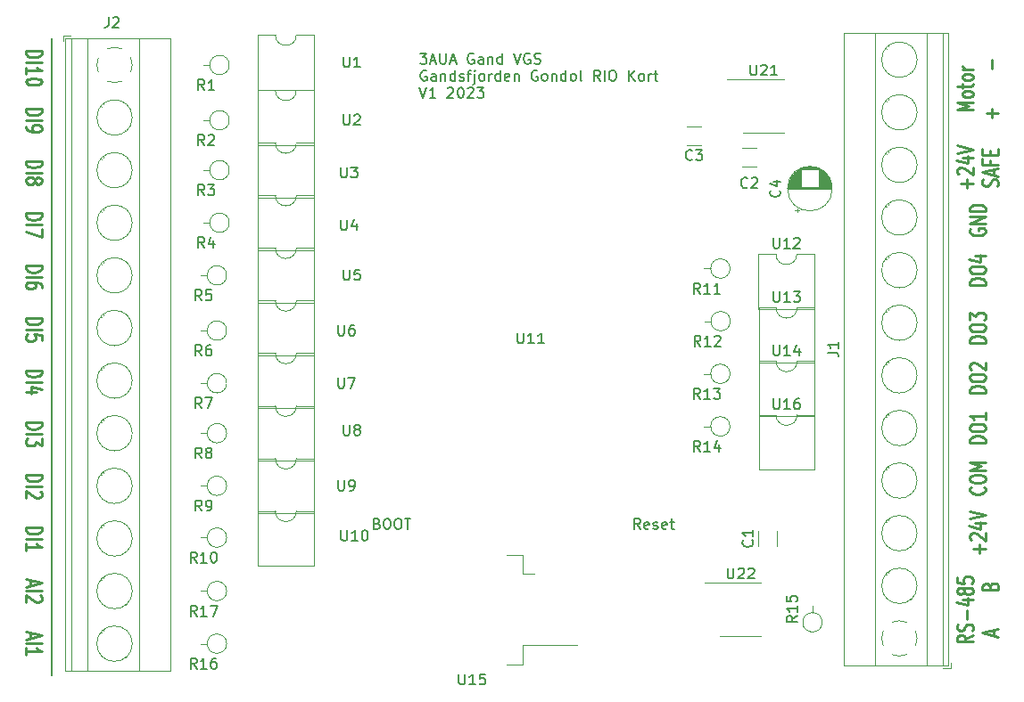
<source format=gbr>
%TF.GenerationSoftware,KiCad,Pcbnew,7.0.5*%
%TF.CreationDate,2023-06-28T09:46:49+02:00*%
%TF.ProjectId,ESP32RIO,45535033-3252-4494-9f2e-6b696361645f,rev?*%
%TF.SameCoordinates,Original*%
%TF.FileFunction,Legend,Top*%
%TF.FilePolarity,Positive*%
%FSLAX46Y46*%
G04 Gerber Fmt 4.6, Leading zero omitted, Abs format (unit mm)*
G04 Created by KiCad (PCBNEW 7.0.5) date 2023-06-28 09:46:49*
%MOMM*%
%LPD*%
G01*
G04 APERTURE LIST*
%ADD10C,0.150000*%
%ADD11C,0.250000*%
%ADD12C,0.120000*%
G04 APERTURE END LIST*
D10*
X159408207Y-101869819D02*
X159074874Y-101393628D01*
X158836779Y-101869819D02*
X158836779Y-100869819D01*
X158836779Y-100869819D02*
X159217731Y-100869819D01*
X159217731Y-100869819D02*
X159312969Y-100917438D01*
X159312969Y-100917438D02*
X159360588Y-100965057D01*
X159360588Y-100965057D02*
X159408207Y-101060295D01*
X159408207Y-101060295D02*
X159408207Y-101203152D01*
X159408207Y-101203152D02*
X159360588Y-101298390D01*
X159360588Y-101298390D02*
X159312969Y-101346009D01*
X159312969Y-101346009D02*
X159217731Y-101393628D01*
X159217731Y-101393628D02*
X158836779Y-101393628D01*
X160217731Y-101822200D02*
X160122493Y-101869819D01*
X160122493Y-101869819D02*
X159932017Y-101869819D01*
X159932017Y-101869819D02*
X159836779Y-101822200D01*
X159836779Y-101822200D02*
X159789160Y-101726961D01*
X159789160Y-101726961D02*
X159789160Y-101346009D01*
X159789160Y-101346009D02*
X159836779Y-101250771D01*
X159836779Y-101250771D02*
X159932017Y-101203152D01*
X159932017Y-101203152D02*
X160122493Y-101203152D01*
X160122493Y-101203152D02*
X160217731Y-101250771D01*
X160217731Y-101250771D02*
X160265350Y-101346009D01*
X160265350Y-101346009D02*
X160265350Y-101441247D01*
X160265350Y-101441247D02*
X159789160Y-101536485D01*
X160646303Y-101822200D02*
X160741541Y-101869819D01*
X160741541Y-101869819D02*
X160932017Y-101869819D01*
X160932017Y-101869819D02*
X161027255Y-101822200D01*
X161027255Y-101822200D02*
X161074874Y-101726961D01*
X161074874Y-101726961D02*
X161074874Y-101679342D01*
X161074874Y-101679342D02*
X161027255Y-101584104D01*
X161027255Y-101584104D02*
X160932017Y-101536485D01*
X160932017Y-101536485D02*
X160789160Y-101536485D01*
X160789160Y-101536485D02*
X160693922Y-101488866D01*
X160693922Y-101488866D02*
X160646303Y-101393628D01*
X160646303Y-101393628D02*
X160646303Y-101346009D01*
X160646303Y-101346009D02*
X160693922Y-101250771D01*
X160693922Y-101250771D02*
X160789160Y-101203152D01*
X160789160Y-101203152D02*
X160932017Y-101203152D01*
X160932017Y-101203152D02*
X161027255Y-101250771D01*
X161884398Y-101822200D02*
X161789160Y-101869819D01*
X161789160Y-101869819D02*
X161598684Y-101869819D01*
X161598684Y-101869819D02*
X161503446Y-101822200D01*
X161503446Y-101822200D02*
X161455827Y-101726961D01*
X161455827Y-101726961D02*
X161455827Y-101346009D01*
X161455827Y-101346009D02*
X161503446Y-101250771D01*
X161503446Y-101250771D02*
X161598684Y-101203152D01*
X161598684Y-101203152D02*
X161789160Y-101203152D01*
X161789160Y-101203152D02*
X161884398Y-101250771D01*
X161884398Y-101250771D02*
X161932017Y-101346009D01*
X161932017Y-101346009D02*
X161932017Y-101441247D01*
X161932017Y-101441247D02*
X161455827Y-101536485D01*
X162217732Y-101203152D02*
X162598684Y-101203152D01*
X162360589Y-100869819D02*
X162360589Y-101726961D01*
X162360589Y-101726961D02*
X162408208Y-101822200D01*
X162408208Y-101822200D02*
X162503446Y-101869819D01*
X162503446Y-101869819D02*
X162598684Y-101869819D01*
X134420112Y-101346009D02*
X134562969Y-101393628D01*
X134562969Y-101393628D02*
X134610588Y-101441247D01*
X134610588Y-101441247D02*
X134658207Y-101536485D01*
X134658207Y-101536485D02*
X134658207Y-101679342D01*
X134658207Y-101679342D02*
X134610588Y-101774580D01*
X134610588Y-101774580D02*
X134562969Y-101822200D01*
X134562969Y-101822200D02*
X134467731Y-101869819D01*
X134467731Y-101869819D02*
X134086779Y-101869819D01*
X134086779Y-101869819D02*
X134086779Y-100869819D01*
X134086779Y-100869819D02*
X134420112Y-100869819D01*
X134420112Y-100869819D02*
X134515350Y-100917438D01*
X134515350Y-100917438D02*
X134562969Y-100965057D01*
X134562969Y-100965057D02*
X134610588Y-101060295D01*
X134610588Y-101060295D02*
X134610588Y-101155533D01*
X134610588Y-101155533D02*
X134562969Y-101250771D01*
X134562969Y-101250771D02*
X134515350Y-101298390D01*
X134515350Y-101298390D02*
X134420112Y-101346009D01*
X134420112Y-101346009D02*
X134086779Y-101346009D01*
X135277255Y-100869819D02*
X135467731Y-100869819D01*
X135467731Y-100869819D02*
X135562969Y-100917438D01*
X135562969Y-100917438D02*
X135658207Y-101012676D01*
X135658207Y-101012676D02*
X135705826Y-101203152D01*
X135705826Y-101203152D02*
X135705826Y-101536485D01*
X135705826Y-101536485D02*
X135658207Y-101726961D01*
X135658207Y-101726961D02*
X135562969Y-101822200D01*
X135562969Y-101822200D02*
X135467731Y-101869819D01*
X135467731Y-101869819D02*
X135277255Y-101869819D01*
X135277255Y-101869819D02*
X135182017Y-101822200D01*
X135182017Y-101822200D02*
X135086779Y-101726961D01*
X135086779Y-101726961D02*
X135039160Y-101536485D01*
X135039160Y-101536485D02*
X135039160Y-101203152D01*
X135039160Y-101203152D02*
X135086779Y-101012676D01*
X135086779Y-101012676D02*
X135182017Y-100917438D01*
X135182017Y-100917438D02*
X135277255Y-100869819D01*
X136324874Y-100869819D02*
X136515350Y-100869819D01*
X136515350Y-100869819D02*
X136610588Y-100917438D01*
X136610588Y-100917438D02*
X136705826Y-101012676D01*
X136705826Y-101012676D02*
X136753445Y-101203152D01*
X136753445Y-101203152D02*
X136753445Y-101536485D01*
X136753445Y-101536485D02*
X136705826Y-101726961D01*
X136705826Y-101726961D02*
X136610588Y-101822200D01*
X136610588Y-101822200D02*
X136515350Y-101869819D01*
X136515350Y-101869819D02*
X136324874Y-101869819D01*
X136324874Y-101869819D02*
X136229636Y-101822200D01*
X136229636Y-101822200D02*
X136134398Y-101726961D01*
X136134398Y-101726961D02*
X136086779Y-101536485D01*
X136086779Y-101536485D02*
X136086779Y-101203152D01*
X136086779Y-101203152D02*
X136134398Y-101012676D01*
X136134398Y-101012676D02*
X136229636Y-100917438D01*
X136229636Y-100917438D02*
X136324874Y-100869819D01*
X137039160Y-100869819D02*
X137610588Y-100869819D01*
X137324874Y-101869819D02*
X137324874Y-100869819D01*
X138491541Y-56649819D02*
X139110588Y-56649819D01*
X139110588Y-56649819D02*
X138777255Y-57030771D01*
X138777255Y-57030771D02*
X138920112Y-57030771D01*
X138920112Y-57030771D02*
X139015350Y-57078390D01*
X139015350Y-57078390D02*
X139062969Y-57126009D01*
X139062969Y-57126009D02*
X139110588Y-57221247D01*
X139110588Y-57221247D02*
X139110588Y-57459342D01*
X139110588Y-57459342D02*
X139062969Y-57554580D01*
X139062969Y-57554580D02*
X139015350Y-57602200D01*
X139015350Y-57602200D02*
X138920112Y-57649819D01*
X138920112Y-57649819D02*
X138634398Y-57649819D01*
X138634398Y-57649819D02*
X138539160Y-57602200D01*
X138539160Y-57602200D02*
X138491541Y-57554580D01*
X139491541Y-57364104D02*
X139967731Y-57364104D01*
X139396303Y-57649819D02*
X139729636Y-56649819D01*
X139729636Y-56649819D02*
X140062969Y-57649819D01*
X140396303Y-56649819D02*
X140396303Y-57459342D01*
X140396303Y-57459342D02*
X140443922Y-57554580D01*
X140443922Y-57554580D02*
X140491541Y-57602200D01*
X140491541Y-57602200D02*
X140586779Y-57649819D01*
X140586779Y-57649819D02*
X140777255Y-57649819D01*
X140777255Y-57649819D02*
X140872493Y-57602200D01*
X140872493Y-57602200D02*
X140920112Y-57554580D01*
X140920112Y-57554580D02*
X140967731Y-57459342D01*
X140967731Y-57459342D02*
X140967731Y-56649819D01*
X141396303Y-57364104D02*
X141872493Y-57364104D01*
X141301065Y-57649819D02*
X141634398Y-56649819D01*
X141634398Y-56649819D02*
X141967731Y-57649819D01*
X143586779Y-56697438D02*
X143491541Y-56649819D01*
X143491541Y-56649819D02*
X143348684Y-56649819D01*
X143348684Y-56649819D02*
X143205827Y-56697438D01*
X143205827Y-56697438D02*
X143110589Y-56792676D01*
X143110589Y-56792676D02*
X143062970Y-56887914D01*
X143062970Y-56887914D02*
X143015351Y-57078390D01*
X143015351Y-57078390D02*
X143015351Y-57221247D01*
X143015351Y-57221247D02*
X143062970Y-57411723D01*
X143062970Y-57411723D02*
X143110589Y-57506961D01*
X143110589Y-57506961D02*
X143205827Y-57602200D01*
X143205827Y-57602200D02*
X143348684Y-57649819D01*
X143348684Y-57649819D02*
X143443922Y-57649819D01*
X143443922Y-57649819D02*
X143586779Y-57602200D01*
X143586779Y-57602200D02*
X143634398Y-57554580D01*
X143634398Y-57554580D02*
X143634398Y-57221247D01*
X143634398Y-57221247D02*
X143443922Y-57221247D01*
X144491541Y-57649819D02*
X144491541Y-57126009D01*
X144491541Y-57126009D02*
X144443922Y-57030771D01*
X144443922Y-57030771D02*
X144348684Y-56983152D01*
X144348684Y-56983152D02*
X144158208Y-56983152D01*
X144158208Y-56983152D02*
X144062970Y-57030771D01*
X144491541Y-57602200D02*
X144396303Y-57649819D01*
X144396303Y-57649819D02*
X144158208Y-57649819D01*
X144158208Y-57649819D02*
X144062970Y-57602200D01*
X144062970Y-57602200D02*
X144015351Y-57506961D01*
X144015351Y-57506961D02*
X144015351Y-57411723D01*
X144015351Y-57411723D02*
X144062970Y-57316485D01*
X144062970Y-57316485D02*
X144158208Y-57268866D01*
X144158208Y-57268866D02*
X144396303Y-57268866D01*
X144396303Y-57268866D02*
X144491541Y-57221247D01*
X144967732Y-56983152D02*
X144967732Y-57649819D01*
X144967732Y-57078390D02*
X145015351Y-57030771D01*
X145015351Y-57030771D02*
X145110589Y-56983152D01*
X145110589Y-56983152D02*
X145253446Y-56983152D01*
X145253446Y-56983152D02*
X145348684Y-57030771D01*
X145348684Y-57030771D02*
X145396303Y-57126009D01*
X145396303Y-57126009D02*
X145396303Y-57649819D01*
X146301065Y-57649819D02*
X146301065Y-56649819D01*
X146301065Y-57602200D02*
X146205827Y-57649819D01*
X146205827Y-57649819D02*
X146015351Y-57649819D01*
X146015351Y-57649819D02*
X145920113Y-57602200D01*
X145920113Y-57602200D02*
X145872494Y-57554580D01*
X145872494Y-57554580D02*
X145824875Y-57459342D01*
X145824875Y-57459342D02*
X145824875Y-57173628D01*
X145824875Y-57173628D02*
X145872494Y-57078390D01*
X145872494Y-57078390D02*
X145920113Y-57030771D01*
X145920113Y-57030771D02*
X146015351Y-56983152D01*
X146015351Y-56983152D02*
X146205827Y-56983152D01*
X146205827Y-56983152D02*
X146301065Y-57030771D01*
X147396304Y-56649819D02*
X147729637Y-57649819D01*
X147729637Y-57649819D02*
X148062970Y-56649819D01*
X148920113Y-56697438D02*
X148824875Y-56649819D01*
X148824875Y-56649819D02*
X148682018Y-56649819D01*
X148682018Y-56649819D02*
X148539161Y-56697438D01*
X148539161Y-56697438D02*
X148443923Y-56792676D01*
X148443923Y-56792676D02*
X148396304Y-56887914D01*
X148396304Y-56887914D02*
X148348685Y-57078390D01*
X148348685Y-57078390D02*
X148348685Y-57221247D01*
X148348685Y-57221247D02*
X148396304Y-57411723D01*
X148396304Y-57411723D02*
X148443923Y-57506961D01*
X148443923Y-57506961D02*
X148539161Y-57602200D01*
X148539161Y-57602200D02*
X148682018Y-57649819D01*
X148682018Y-57649819D02*
X148777256Y-57649819D01*
X148777256Y-57649819D02*
X148920113Y-57602200D01*
X148920113Y-57602200D02*
X148967732Y-57554580D01*
X148967732Y-57554580D02*
X148967732Y-57221247D01*
X148967732Y-57221247D02*
X148777256Y-57221247D01*
X149348685Y-57602200D02*
X149491542Y-57649819D01*
X149491542Y-57649819D02*
X149729637Y-57649819D01*
X149729637Y-57649819D02*
X149824875Y-57602200D01*
X149824875Y-57602200D02*
X149872494Y-57554580D01*
X149872494Y-57554580D02*
X149920113Y-57459342D01*
X149920113Y-57459342D02*
X149920113Y-57364104D01*
X149920113Y-57364104D02*
X149872494Y-57268866D01*
X149872494Y-57268866D02*
X149824875Y-57221247D01*
X149824875Y-57221247D02*
X149729637Y-57173628D01*
X149729637Y-57173628D02*
X149539161Y-57126009D01*
X149539161Y-57126009D02*
X149443923Y-57078390D01*
X149443923Y-57078390D02*
X149396304Y-57030771D01*
X149396304Y-57030771D02*
X149348685Y-56935533D01*
X149348685Y-56935533D02*
X149348685Y-56840295D01*
X149348685Y-56840295D02*
X149396304Y-56745057D01*
X149396304Y-56745057D02*
X149443923Y-56697438D01*
X149443923Y-56697438D02*
X149539161Y-56649819D01*
X149539161Y-56649819D02*
X149777256Y-56649819D01*
X149777256Y-56649819D02*
X149920113Y-56697438D01*
X139110588Y-58307438D02*
X139015350Y-58259819D01*
X139015350Y-58259819D02*
X138872493Y-58259819D01*
X138872493Y-58259819D02*
X138729636Y-58307438D01*
X138729636Y-58307438D02*
X138634398Y-58402676D01*
X138634398Y-58402676D02*
X138586779Y-58497914D01*
X138586779Y-58497914D02*
X138539160Y-58688390D01*
X138539160Y-58688390D02*
X138539160Y-58831247D01*
X138539160Y-58831247D02*
X138586779Y-59021723D01*
X138586779Y-59021723D02*
X138634398Y-59116961D01*
X138634398Y-59116961D02*
X138729636Y-59212200D01*
X138729636Y-59212200D02*
X138872493Y-59259819D01*
X138872493Y-59259819D02*
X138967731Y-59259819D01*
X138967731Y-59259819D02*
X139110588Y-59212200D01*
X139110588Y-59212200D02*
X139158207Y-59164580D01*
X139158207Y-59164580D02*
X139158207Y-58831247D01*
X139158207Y-58831247D02*
X138967731Y-58831247D01*
X140015350Y-59259819D02*
X140015350Y-58736009D01*
X140015350Y-58736009D02*
X139967731Y-58640771D01*
X139967731Y-58640771D02*
X139872493Y-58593152D01*
X139872493Y-58593152D02*
X139682017Y-58593152D01*
X139682017Y-58593152D02*
X139586779Y-58640771D01*
X140015350Y-59212200D02*
X139920112Y-59259819D01*
X139920112Y-59259819D02*
X139682017Y-59259819D01*
X139682017Y-59259819D02*
X139586779Y-59212200D01*
X139586779Y-59212200D02*
X139539160Y-59116961D01*
X139539160Y-59116961D02*
X139539160Y-59021723D01*
X139539160Y-59021723D02*
X139586779Y-58926485D01*
X139586779Y-58926485D02*
X139682017Y-58878866D01*
X139682017Y-58878866D02*
X139920112Y-58878866D01*
X139920112Y-58878866D02*
X140015350Y-58831247D01*
X140491541Y-58593152D02*
X140491541Y-59259819D01*
X140491541Y-58688390D02*
X140539160Y-58640771D01*
X140539160Y-58640771D02*
X140634398Y-58593152D01*
X140634398Y-58593152D02*
X140777255Y-58593152D01*
X140777255Y-58593152D02*
X140872493Y-58640771D01*
X140872493Y-58640771D02*
X140920112Y-58736009D01*
X140920112Y-58736009D02*
X140920112Y-59259819D01*
X141824874Y-59259819D02*
X141824874Y-58259819D01*
X141824874Y-59212200D02*
X141729636Y-59259819D01*
X141729636Y-59259819D02*
X141539160Y-59259819D01*
X141539160Y-59259819D02*
X141443922Y-59212200D01*
X141443922Y-59212200D02*
X141396303Y-59164580D01*
X141396303Y-59164580D02*
X141348684Y-59069342D01*
X141348684Y-59069342D02*
X141348684Y-58783628D01*
X141348684Y-58783628D02*
X141396303Y-58688390D01*
X141396303Y-58688390D02*
X141443922Y-58640771D01*
X141443922Y-58640771D02*
X141539160Y-58593152D01*
X141539160Y-58593152D02*
X141729636Y-58593152D01*
X141729636Y-58593152D02*
X141824874Y-58640771D01*
X142253446Y-59212200D02*
X142348684Y-59259819D01*
X142348684Y-59259819D02*
X142539160Y-59259819D01*
X142539160Y-59259819D02*
X142634398Y-59212200D01*
X142634398Y-59212200D02*
X142682017Y-59116961D01*
X142682017Y-59116961D02*
X142682017Y-59069342D01*
X142682017Y-59069342D02*
X142634398Y-58974104D01*
X142634398Y-58974104D02*
X142539160Y-58926485D01*
X142539160Y-58926485D02*
X142396303Y-58926485D01*
X142396303Y-58926485D02*
X142301065Y-58878866D01*
X142301065Y-58878866D02*
X142253446Y-58783628D01*
X142253446Y-58783628D02*
X142253446Y-58736009D01*
X142253446Y-58736009D02*
X142301065Y-58640771D01*
X142301065Y-58640771D02*
X142396303Y-58593152D01*
X142396303Y-58593152D02*
X142539160Y-58593152D01*
X142539160Y-58593152D02*
X142634398Y-58640771D01*
X142967732Y-58593152D02*
X143348684Y-58593152D01*
X143110589Y-59259819D02*
X143110589Y-58402676D01*
X143110589Y-58402676D02*
X143158208Y-58307438D01*
X143158208Y-58307438D02*
X143253446Y-58259819D01*
X143253446Y-58259819D02*
X143348684Y-58259819D01*
X143682018Y-58593152D02*
X143682018Y-59450295D01*
X143682018Y-59450295D02*
X143634399Y-59545533D01*
X143634399Y-59545533D02*
X143539161Y-59593152D01*
X143539161Y-59593152D02*
X143491542Y-59593152D01*
X143682018Y-58259819D02*
X143634399Y-58307438D01*
X143634399Y-58307438D02*
X143682018Y-58355057D01*
X143682018Y-58355057D02*
X143729637Y-58307438D01*
X143729637Y-58307438D02*
X143682018Y-58259819D01*
X143682018Y-58259819D02*
X143682018Y-58355057D01*
X144301065Y-59259819D02*
X144205827Y-59212200D01*
X144205827Y-59212200D02*
X144158208Y-59164580D01*
X144158208Y-59164580D02*
X144110589Y-59069342D01*
X144110589Y-59069342D02*
X144110589Y-58783628D01*
X144110589Y-58783628D02*
X144158208Y-58688390D01*
X144158208Y-58688390D02*
X144205827Y-58640771D01*
X144205827Y-58640771D02*
X144301065Y-58593152D01*
X144301065Y-58593152D02*
X144443922Y-58593152D01*
X144443922Y-58593152D02*
X144539160Y-58640771D01*
X144539160Y-58640771D02*
X144586779Y-58688390D01*
X144586779Y-58688390D02*
X144634398Y-58783628D01*
X144634398Y-58783628D02*
X144634398Y-59069342D01*
X144634398Y-59069342D02*
X144586779Y-59164580D01*
X144586779Y-59164580D02*
X144539160Y-59212200D01*
X144539160Y-59212200D02*
X144443922Y-59259819D01*
X144443922Y-59259819D02*
X144301065Y-59259819D01*
X145062970Y-59259819D02*
X145062970Y-58593152D01*
X145062970Y-58783628D02*
X145110589Y-58688390D01*
X145110589Y-58688390D02*
X145158208Y-58640771D01*
X145158208Y-58640771D02*
X145253446Y-58593152D01*
X145253446Y-58593152D02*
X145348684Y-58593152D01*
X146110589Y-59259819D02*
X146110589Y-58259819D01*
X146110589Y-59212200D02*
X146015351Y-59259819D01*
X146015351Y-59259819D02*
X145824875Y-59259819D01*
X145824875Y-59259819D02*
X145729637Y-59212200D01*
X145729637Y-59212200D02*
X145682018Y-59164580D01*
X145682018Y-59164580D02*
X145634399Y-59069342D01*
X145634399Y-59069342D02*
X145634399Y-58783628D01*
X145634399Y-58783628D02*
X145682018Y-58688390D01*
X145682018Y-58688390D02*
X145729637Y-58640771D01*
X145729637Y-58640771D02*
X145824875Y-58593152D01*
X145824875Y-58593152D02*
X146015351Y-58593152D01*
X146015351Y-58593152D02*
X146110589Y-58640771D01*
X146967732Y-59212200D02*
X146872494Y-59259819D01*
X146872494Y-59259819D02*
X146682018Y-59259819D01*
X146682018Y-59259819D02*
X146586780Y-59212200D01*
X146586780Y-59212200D02*
X146539161Y-59116961D01*
X146539161Y-59116961D02*
X146539161Y-58736009D01*
X146539161Y-58736009D02*
X146586780Y-58640771D01*
X146586780Y-58640771D02*
X146682018Y-58593152D01*
X146682018Y-58593152D02*
X146872494Y-58593152D01*
X146872494Y-58593152D02*
X146967732Y-58640771D01*
X146967732Y-58640771D02*
X147015351Y-58736009D01*
X147015351Y-58736009D02*
X147015351Y-58831247D01*
X147015351Y-58831247D02*
X146539161Y-58926485D01*
X147443923Y-58593152D02*
X147443923Y-59259819D01*
X147443923Y-58688390D02*
X147491542Y-58640771D01*
X147491542Y-58640771D02*
X147586780Y-58593152D01*
X147586780Y-58593152D02*
X147729637Y-58593152D01*
X147729637Y-58593152D02*
X147824875Y-58640771D01*
X147824875Y-58640771D02*
X147872494Y-58736009D01*
X147872494Y-58736009D02*
X147872494Y-59259819D01*
X149634399Y-58307438D02*
X149539161Y-58259819D01*
X149539161Y-58259819D02*
X149396304Y-58259819D01*
X149396304Y-58259819D02*
X149253447Y-58307438D01*
X149253447Y-58307438D02*
X149158209Y-58402676D01*
X149158209Y-58402676D02*
X149110590Y-58497914D01*
X149110590Y-58497914D02*
X149062971Y-58688390D01*
X149062971Y-58688390D02*
X149062971Y-58831247D01*
X149062971Y-58831247D02*
X149110590Y-59021723D01*
X149110590Y-59021723D02*
X149158209Y-59116961D01*
X149158209Y-59116961D02*
X149253447Y-59212200D01*
X149253447Y-59212200D02*
X149396304Y-59259819D01*
X149396304Y-59259819D02*
X149491542Y-59259819D01*
X149491542Y-59259819D02*
X149634399Y-59212200D01*
X149634399Y-59212200D02*
X149682018Y-59164580D01*
X149682018Y-59164580D02*
X149682018Y-58831247D01*
X149682018Y-58831247D02*
X149491542Y-58831247D01*
X150253447Y-59259819D02*
X150158209Y-59212200D01*
X150158209Y-59212200D02*
X150110590Y-59164580D01*
X150110590Y-59164580D02*
X150062971Y-59069342D01*
X150062971Y-59069342D02*
X150062971Y-58783628D01*
X150062971Y-58783628D02*
X150110590Y-58688390D01*
X150110590Y-58688390D02*
X150158209Y-58640771D01*
X150158209Y-58640771D02*
X150253447Y-58593152D01*
X150253447Y-58593152D02*
X150396304Y-58593152D01*
X150396304Y-58593152D02*
X150491542Y-58640771D01*
X150491542Y-58640771D02*
X150539161Y-58688390D01*
X150539161Y-58688390D02*
X150586780Y-58783628D01*
X150586780Y-58783628D02*
X150586780Y-59069342D01*
X150586780Y-59069342D02*
X150539161Y-59164580D01*
X150539161Y-59164580D02*
X150491542Y-59212200D01*
X150491542Y-59212200D02*
X150396304Y-59259819D01*
X150396304Y-59259819D02*
X150253447Y-59259819D01*
X151015352Y-58593152D02*
X151015352Y-59259819D01*
X151015352Y-58688390D02*
X151062971Y-58640771D01*
X151062971Y-58640771D02*
X151158209Y-58593152D01*
X151158209Y-58593152D02*
X151301066Y-58593152D01*
X151301066Y-58593152D02*
X151396304Y-58640771D01*
X151396304Y-58640771D02*
X151443923Y-58736009D01*
X151443923Y-58736009D02*
X151443923Y-59259819D01*
X152348685Y-59259819D02*
X152348685Y-58259819D01*
X152348685Y-59212200D02*
X152253447Y-59259819D01*
X152253447Y-59259819D02*
X152062971Y-59259819D01*
X152062971Y-59259819D02*
X151967733Y-59212200D01*
X151967733Y-59212200D02*
X151920114Y-59164580D01*
X151920114Y-59164580D02*
X151872495Y-59069342D01*
X151872495Y-59069342D02*
X151872495Y-58783628D01*
X151872495Y-58783628D02*
X151920114Y-58688390D01*
X151920114Y-58688390D02*
X151967733Y-58640771D01*
X151967733Y-58640771D02*
X152062971Y-58593152D01*
X152062971Y-58593152D02*
X152253447Y-58593152D01*
X152253447Y-58593152D02*
X152348685Y-58640771D01*
X152967733Y-59259819D02*
X152872495Y-59212200D01*
X152872495Y-59212200D02*
X152824876Y-59164580D01*
X152824876Y-59164580D02*
X152777257Y-59069342D01*
X152777257Y-59069342D02*
X152777257Y-58783628D01*
X152777257Y-58783628D02*
X152824876Y-58688390D01*
X152824876Y-58688390D02*
X152872495Y-58640771D01*
X152872495Y-58640771D02*
X152967733Y-58593152D01*
X152967733Y-58593152D02*
X153110590Y-58593152D01*
X153110590Y-58593152D02*
X153205828Y-58640771D01*
X153205828Y-58640771D02*
X153253447Y-58688390D01*
X153253447Y-58688390D02*
X153301066Y-58783628D01*
X153301066Y-58783628D02*
X153301066Y-59069342D01*
X153301066Y-59069342D02*
X153253447Y-59164580D01*
X153253447Y-59164580D02*
X153205828Y-59212200D01*
X153205828Y-59212200D02*
X153110590Y-59259819D01*
X153110590Y-59259819D02*
X152967733Y-59259819D01*
X153872495Y-59259819D02*
X153777257Y-59212200D01*
X153777257Y-59212200D02*
X153729638Y-59116961D01*
X153729638Y-59116961D02*
X153729638Y-58259819D01*
X155586781Y-59259819D02*
X155253448Y-58783628D01*
X155015353Y-59259819D02*
X155015353Y-58259819D01*
X155015353Y-58259819D02*
X155396305Y-58259819D01*
X155396305Y-58259819D02*
X155491543Y-58307438D01*
X155491543Y-58307438D02*
X155539162Y-58355057D01*
X155539162Y-58355057D02*
X155586781Y-58450295D01*
X155586781Y-58450295D02*
X155586781Y-58593152D01*
X155586781Y-58593152D02*
X155539162Y-58688390D01*
X155539162Y-58688390D02*
X155491543Y-58736009D01*
X155491543Y-58736009D02*
X155396305Y-58783628D01*
X155396305Y-58783628D02*
X155015353Y-58783628D01*
X156015353Y-59259819D02*
X156015353Y-58259819D01*
X156682019Y-58259819D02*
X156872495Y-58259819D01*
X156872495Y-58259819D02*
X156967733Y-58307438D01*
X156967733Y-58307438D02*
X157062971Y-58402676D01*
X157062971Y-58402676D02*
X157110590Y-58593152D01*
X157110590Y-58593152D02*
X157110590Y-58926485D01*
X157110590Y-58926485D02*
X157062971Y-59116961D01*
X157062971Y-59116961D02*
X156967733Y-59212200D01*
X156967733Y-59212200D02*
X156872495Y-59259819D01*
X156872495Y-59259819D02*
X156682019Y-59259819D01*
X156682019Y-59259819D02*
X156586781Y-59212200D01*
X156586781Y-59212200D02*
X156491543Y-59116961D01*
X156491543Y-59116961D02*
X156443924Y-58926485D01*
X156443924Y-58926485D02*
X156443924Y-58593152D01*
X156443924Y-58593152D02*
X156491543Y-58402676D01*
X156491543Y-58402676D02*
X156586781Y-58307438D01*
X156586781Y-58307438D02*
X156682019Y-58259819D01*
X158301067Y-59259819D02*
X158301067Y-58259819D01*
X158872495Y-59259819D02*
X158443924Y-58688390D01*
X158872495Y-58259819D02*
X158301067Y-58831247D01*
X159443924Y-59259819D02*
X159348686Y-59212200D01*
X159348686Y-59212200D02*
X159301067Y-59164580D01*
X159301067Y-59164580D02*
X159253448Y-59069342D01*
X159253448Y-59069342D02*
X159253448Y-58783628D01*
X159253448Y-58783628D02*
X159301067Y-58688390D01*
X159301067Y-58688390D02*
X159348686Y-58640771D01*
X159348686Y-58640771D02*
X159443924Y-58593152D01*
X159443924Y-58593152D02*
X159586781Y-58593152D01*
X159586781Y-58593152D02*
X159682019Y-58640771D01*
X159682019Y-58640771D02*
X159729638Y-58688390D01*
X159729638Y-58688390D02*
X159777257Y-58783628D01*
X159777257Y-58783628D02*
X159777257Y-59069342D01*
X159777257Y-59069342D02*
X159729638Y-59164580D01*
X159729638Y-59164580D02*
X159682019Y-59212200D01*
X159682019Y-59212200D02*
X159586781Y-59259819D01*
X159586781Y-59259819D02*
X159443924Y-59259819D01*
X160205829Y-59259819D02*
X160205829Y-58593152D01*
X160205829Y-58783628D02*
X160253448Y-58688390D01*
X160253448Y-58688390D02*
X160301067Y-58640771D01*
X160301067Y-58640771D02*
X160396305Y-58593152D01*
X160396305Y-58593152D02*
X160491543Y-58593152D01*
X160682020Y-58593152D02*
X161062972Y-58593152D01*
X160824877Y-58259819D02*
X160824877Y-59116961D01*
X160824877Y-59116961D02*
X160872496Y-59212200D01*
X160872496Y-59212200D02*
X160967734Y-59259819D01*
X160967734Y-59259819D02*
X161062972Y-59259819D01*
X138443922Y-59869819D02*
X138777255Y-60869819D01*
X138777255Y-60869819D02*
X139110588Y-59869819D01*
X139967731Y-60869819D02*
X139396303Y-60869819D01*
X139682017Y-60869819D02*
X139682017Y-59869819D01*
X139682017Y-59869819D02*
X139586779Y-60012676D01*
X139586779Y-60012676D02*
X139491541Y-60107914D01*
X139491541Y-60107914D02*
X139396303Y-60155533D01*
X141110589Y-59965057D02*
X141158208Y-59917438D01*
X141158208Y-59917438D02*
X141253446Y-59869819D01*
X141253446Y-59869819D02*
X141491541Y-59869819D01*
X141491541Y-59869819D02*
X141586779Y-59917438D01*
X141586779Y-59917438D02*
X141634398Y-59965057D01*
X141634398Y-59965057D02*
X141682017Y-60060295D01*
X141682017Y-60060295D02*
X141682017Y-60155533D01*
X141682017Y-60155533D02*
X141634398Y-60298390D01*
X141634398Y-60298390D02*
X141062970Y-60869819D01*
X141062970Y-60869819D02*
X141682017Y-60869819D01*
X142301065Y-59869819D02*
X142396303Y-59869819D01*
X142396303Y-59869819D02*
X142491541Y-59917438D01*
X142491541Y-59917438D02*
X142539160Y-59965057D01*
X142539160Y-59965057D02*
X142586779Y-60060295D01*
X142586779Y-60060295D02*
X142634398Y-60250771D01*
X142634398Y-60250771D02*
X142634398Y-60488866D01*
X142634398Y-60488866D02*
X142586779Y-60679342D01*
X142586779Y-60679342D02*
X142539160Y-60774580D01*
X142539160Y-60774580D02*
X142491541Y-60822200D01*
X142491541Y-60822200D02*
X142396303Y-60869819D01*
X142396303Y-60869819D02*
X142301065Y-60869819D01*
X142301065Y-60869819D02*
X142205827Y-60822200D01*
X142205827Y-60822200D02*
X142158208Y-60774580D01*
X142158208Y-60774580D02*
X142110589Y-60679342D01*
X142110589Y-60679342D02*
X142062970Y-60488866D01*
X142062970Y-60488866D02*
X142062970Y-60250771D01*
X142062970Y-60250771D02*
X142110589Y-60060295D01*
X142110589Y-60060295D02*
X142158208Y-59965057D01*
X142158208Y-59965057D02*
X142205827Y-59917438D01*
X142205827Y-59917438D02*
X142301065Y-59869819D01*
X143015351Y-59965057D02*
X143062970Y-59917438D01*
X143062970Y-59917438D02*
X143158208Y-59869819D01*
X143158208Y-59869819D02*
X143396303Y-59869819D01*
X143396303Y-59869819D02*
X143491541Y-59917438D01*
X143491541Y-59917438D02*
X143539160Y-59965057D01*
X143539160Y-59965057D02*
X143586779Y-60060295D01*
X143586779Y-60060295D02*
X143586779Y-60155533D01*
X143586779Y-60155533D02*
X143539160Y-60298390D01*
X143539160Y-60298390D02*
X142967732Y-60869819D01*
X142967732Y-60869819D02*
X143586779Y-60869819D01*
X143920113Y-59869819D02*
X144539160Y-59869819D01*
X144539160Y-59869819D02*
X144205827Y-60250771D01*
X144205827Y-60250771D02*
X144348684Y-60250771D01*
X144348684Y-60250771D02*
X144443922Y-60298390D01*
X144443922Y-60298390D02*
X144491541Y-60346009D01*
X144491541Y-60346009D02*
X144539160Y-60441247D01*
X144539160Y-60441247D02*
X144539160Y-60679342D01*
X144539160Y-60679342D02*
X144491541Y-60774580D01*
X144491541Y-60774580D02*
X144443922Y-60822200D01*
X144443922Y-60822200D02*
X144348684Y-60869819D01*
X144348684Y-60869819D02*
X144062970Y-60869819D01*
X144062970Y-60869819D02*
X143967732Y-60822200D01*
X143967732Y-60822200D02*
X143920113Y-60774580D01*
X103500000Y-55250000D02*
X103500000Y-115750000D01*
D11*
X191609500Y-104188095D02*
X191609500Y-103350000D01*
X192180928Y-103769047D02*
X191038071Y-103769047D01*
X190823785Y-102878571D02*
X190752357Y-102826190D01*
X190752357Y-102826190D02*
X190680928Y-102721428D01*
X190680928Y-102721428D02*
X190680928Y-102459523D01*
X190680928Y-102459523D02*
X190752357Y-102354761D01*
X190752357Y-102354761D02*
X190823785Y-102302380D01*
X190823785Y-102302380D02*
X190966642Y-102249999D01*
X190966642Y-102249999D02*
X191109500Y-102249999D01*
X191109500Y-102249999D02*
X191323785Y-102302380D01*
X191323785Y-102302380D02*
X192180928Y-102930952D01*
X192180928Y-102930952D02*
X192180928Y-102249999D01*
X191180928Y-101307142D02*
X192180928Y-101307142D01*
X190609500Y-101569047D02*
X191680928Y-101830952D01*
X191680928Y-101830952D02*
X191680928Y-101149999D01*
X190680928Y-100888095D02*
X192180928Y-100521428D01*
X192180928Y-100521428D02*
X190680928Y-100154761D01*
X190752357Y-73338094D02*
X190680928Y-73442856D01*
X190680928Y-73442856D02*
X190680928Y-73599999D01*
X190680928Y-73599999D02*
X190752357Y-73757142D01*
X190752357Y-73757142D02*
X190895214Y-73861904D01*
X190895214Y-73861904D02*
X191038071Y-73914285D01*
X191038071Y-73914285D02*
X191323785Y-73966666D01*
X191323785Y-73966666D02*
X191538071Y-73966666D01*
X191538071Y-73966666D02*
X191823785Y-73914285D01*
X191823785Y-73914285D02*
X191966642Y-73861904D01*
X191966642Y-73861904D02*
X192109500Y-73757142D01*
X192109500Y-73757142D02*
X192180928Y-73599999D01*
X192180928Y-73599999D02*
X192180928Y-73495237D01*
X192180928Y-73495237D02*
X192109500Y-73338094D01*
X192109500Y-73338094D02*
X192038071Y-73285713D01*
X192038071Y-73285713D02*
X191538071Y-73285713D01*
X191538071Y-73285713D02*
X191538071Y-73495237D01*
X192180928Y-72814285D02*
X190680928Y-72814285D01*
X190680928Y-72814285D02*
X192180928Y-72185713D01*
X192180928Y-72185713D02*
X190680928Y-72185713D01*
X192180928Y-71661904D02*
X190680928Y-71661904D01*
X190680928Y-71661904D02*
X190680928Y-71399999D01*
X190680928Y-71399999D02*
X190752357Y-71242856D01*
X190752357Y-71242856D02*
X190895214Y-71138094D01*
X190895214Y-71138094D02*
X191038071Y-71085713D01*
X191038071Y-71085713D02*
X191323785Y-71033332D01*
X191323785Y-71033332D02*
X191538071Y-71033332D01*
X191538071Y-71033332D02*
X191823785Y-71085713D01*
X191823785Y-71085713D02*
X191966642Y-71138094D01*
X191966642Y-71138094D02*
X192109500Y-71242856D01*
X192109500Y-71242856D02*
X192180928Y-71399999D01*
X192180928Y-71399999D02*
X192180928Y-71661904D01*
X101069071Y-91731744D02*
X102569071Y-91731744D01*
X102569071Y-91731744D02*
X102569071Y-91993649D01*
X102569071Y-91993649D02*
X102497642Y-92150792D01*
X102497642Y-92150792D02*
X102354785Y-92255554D01*
X102354785Y-92255554D02*
X102211928Y-92307935D01*
X102211928Y-92307935D02*
X101926214Y-92360316D01*
X101926214Y-92360316D02*
X101711928Y-92360316D01*
X101711928Y-92360316D02*
X101426214Y-92307935D01*
X101426214Y-92307935D02*
X101283357Y-92255554D01*
X101283357Y-92255554D02*
X101140500Y-92150792D01*
X101140500Y-92150792D02*
X101069071Y-91993649D01*
X101069071Y-91993649D02*
X101069071Y-91731744D01*
X101069071Y-92831744D02*
X102569071Y-92831744D01*
X102569071Y-93250792D02*
X102569071Y-93931745D01*
X102569071Y-93931745D02*
X101997642Y-93565078D01*
X101997642Y-93565078D02*
X101997642Y-93722221D01*
X101997642Y-93722221D02*
X101926214Y-93826983D01*
X101926214Y-93826983D02*
X101854785Y-93879364D01*
X101854785Y-93879364D02*
X101711928Y-93931745D01*
X101711928Y-93931745D02*
X101354785Y-93931745D01*
X101354785Y-93931745D02*
X101211928Y-93879364D01*
X101211928Y-93879364D02*
X101140500Y-93826983D01*
X101140500Y-93826983D02*
X101069071Y-93722221D01*
X101069071Y-93722221D02*
X101069071Y-93407935D01*
X101069071Y-93407935D02*
X101140500Y-93303173D01*
X101140500Y-93303173D02*
X101211928Y-93250792D01*
X101069071Y-66870634D02*
X102569071Y-66870634D01*
X102569071Y-66870634D02*
X102569071Y-67132539D01*
X102569071Y-67132539D02*
X102497642Y-67289682D01*
X102497642Y-67289682D02*
X102354785Y-67394444D01*
X102354785Y-67394444D02*
X102211928Y-67446825D01*
X102211928Y-67446825D02*
X101926214Y-67499206D01*
X101926214Y-67499206D02*
X101711928Y-67499206D01*
X101711928Y-67499206D02*
X101426214Y-67446825D01*
X101426214Y-67446825D02*
X101283357Y-67394444D01*
X101283357Y-67394444D02*
X101140500Y-67289682D01*
X101140500Y-67289682D02*
X101069071Y-67132539D01*
X101069071Y-67132539D02*
X101069071Y-66870634D01*
X101069071Y-67970634D02*
X102569071Y-67970634D01*
X101926214Y-68651587D02*
X101997642Y-68546825D01*
X101997642Y-68546825D02*
X102069071Y-68494444D01*
X102069071Y-68494444D02*
X102211928Y-68442063D01*
X102211928Y-68442063D02*
X102283357Y-68442063D01*
X102283357Y-68442063D02*
X102426214Y-68494444D01*
X102426214Y-68494444D02*
X102497642Y-68546825D01*
X102497642Y-68546825D02*
X102569071Y-68651587D01*
X102569071Y-68651587D02*
X102569071Y-68861111D01*
X102569071Y-68861111D02*
X102497642Y-68965873D01*
X102497642Y-68965873D02*
X102426214Y-69018254D01*
X102426214Y-69018254D02*
X102283357Y-69070635D01*
X102283357Y-69070635D02*
X102211928Y-69070635D01*
X102211928Y-69070635D02*
X102069071Y-69018254D01*
X102069071Y-69018254D02*
X101997642Y-68965873D01*
X101997642Y-68965873D02*
X101926214Y-68861111D01*
X101926214Y-68861111D02*
X101926214Y-68651587D01*
X101926214Y-68651587D02*
X101854785Y-68546825D01*
X101854785Y-68546825D02*
X101783357Y-68494444D01*
X101783357Y-68494444D02*
X101640500Y-68442063D01*
X101640500Y-68442063D02*
X101354785Y-68442063D01*
X101354785Y-68442063D02*
X101211928Y-68494444D01*
X101211928Y-68494444D02*
X101140500Y-68546825D01*
X101140500Y-68546825D02*
X101069071Y-68651587D01*
X101069071Y-68651587D02*
X101069071Y-68861111D01*
X101069071Y-68861111D02*
X101140500Y-68965873D01*
X101140500Y-68965873D02*
X101211928Y-69018254D01*
X101211928Y-69018254D02*
X101354785Y-69070635D01*
X101354785Y-69070635D02*
X101640500Y-69070635D01*
X101640500Y-69070635D02*
X101783357Y-69018254D01*
X101783357Y-69018254D02*
X101854785Y-68965873D01*
X101854785Y-68965873D02*
X101926214Y-68861111D01*
X192180928Y-78638095D02*
X190680928Y-78638095D01*
X190680928Y-78638095D02*
X190680928Y-78376190D01*
X190680928Y-78376190D02*
X190752357Y-78219047D01*
X190752357Y-78219047D02*
X190895214Y-78114285D01*
X190895214Y-78114285D02*
X191038071Y-78061904D01*
X191038071Y-78061904D02*
X191323785Y-78009523D01*
X191323785Y-78009523D02*
X191538071Y-78009523D01*
X191538071Y-78009523D02*
X191823785Y-78061904D01*
X191823785Y-78061904D02*
X191966642Y-78114285D01*
X191966642Y-78114285D02*
X192109500Y-78219047D01*
X192109500Y-78219047D02*
X192180928Y-78376190D01*
X192180928Y-78376190D02*
X192180928Y-78638095D01*
X190680928Y-77328571D02*
X190680928Y-77119047D01*
X190680928Y-77119047D02*
X190752357Y-77014285D01*
X190752357Y-77014285D02*
X190895214Y-76909523D01*
X190895214Y-76909523D02*
X191180928Y-76857142D01*
X191180928Y-76857142D02*
X191680928Y-76857142D01*
X191680928Y-76857142D02*
X191966642Y-76909523D01*
X191966642Y-76909523D02*
X192109500Y-77014285D01*
X192109500Y-77014285D02*
X192180928Y-77119047D01*
X192180928Y-77119047D02*
X192180928Y-77328571D01*
X192180928Y-77328571D02*
X192109500Y-77433333D01*
X192109500Y-77433333D02*
X191966642Y-77538095D01*
X191966642Y-77538095D02*
X191680928Y-77590476D01*
X191680928Y-77590476D02*
X191180928Y-77590476D01*
X191180928Y-77590476D02*
X190895214Y-77538095D01*
X190895214Y-77538095D02*
X190752357Y-77433333D01*
X190752357Y-77433333D02*
X190680928Y-77328571D01*
X191180928Y-75914285D02*
X192180928Y-75914285D01*
X190609500Y-76176190D02*
X191680928Y-76438095D01*
X191680928Y-76438095D02*
X191680928Y-75757142D01*
X101069071Y-61898412D02*
X102569071Y-61898412D01*
X102569071Y-61898412D02*
X102569071Y-62160317D01*
X102569071Y-62160317D02*
X102497642Y-62317460D01*
X102497642Y-62317460D02*
X102354785Y-62422222D01*
X102354785Y-62422222D02*
X102211928Y-62474603D01*
X102211928Y-62474603D02*
X101926214Y-62526984D01*
X101926214Y-62526984D02*
X101711928Y-62526984D01*
X101711928Y-62526984D02*
X101426214Y-62474603D01*
X101426214Y-62474603D02*
X101283357Y-62422222D01*
X101283357Y-62422222D02*
X101140500Y-62317460D01*
X101140500Y-62317460D02*
X101069071Y-62160317D01*
X101069071Y-62160317D02*
X101069071Y-61898412D01*
X101069071Y-62998412D02*
X102569071Y-62998412D01*
X101069071Y-63574603D02*
X101069071Y-63784127D01*
X101069071Y-63784127D02*
X101140500Y-63888889D01*
X101140500Y-63888889D02*
X101211928Y-63941270D01*
X101211928Y-63941270D02*
X101426214Y-64046032D01*
X101426214Y-64046032D02*
X101711928Y-64098413D01*
X101711928Y-64098413D02*
X102283357Y-64098413D01*
X102283357Y-64098413D02*
X102426214Y-64046032D01*
X102426214Y-64046032D02*
X102497642Y-63993651D01*
X102497642Y-63993651D02*
X102569071Y-63888889D01*
X102569071Y-63888889D02*
X102569071Y-63679365D01*
X102569071Y-63679365D02*
X102497642Y-63574603D01*
X102497642Y-63574603D02*
X102426214Y-63522222D01*
X102426214Y-63522222D02*
X102283357Y-63469841D01*
X102283357Y-63469841D02*
X101926214Y-63469841D01*
X101926214Y-63469841D02*
X101783357Y-63522222D01*
X101783357Y-63522222D02*
X101711928Y-63574603D01*
X101711928Y-63574603D02*
X101640500Y-63679365D01*
X101640500Y-63679365D02*
X101640500Y-63888889D01*
X101640500Y-63888889D02*
X101711928Y-63993651D01*
X101711928Y-63993651D02*
X101783357Y-64046032D01*
X101783357Y-64046032D02*
X101926214Y-64098413D01*
X190973428Y-62016666D02*
X189473428Y-62016666D01*
X189473428Y-62016666D02*
X190544857Y-61649999D01*
X190544857Y-61649999D02*
X189473428Y-61283332D01*
X189473428Y-61283332D02*
X190973428Y-61283332D01*
X190973428Y-60602380D02*
X190902000Y-60707142D01*
X190902000Y-60707142D02*
X190830571Y-60759523D01*
X190830571Y-60759523D02*
X190687714Y-60811904D01*
X190687714Y-60811904D02*
X190259142Y-60811904D01*
X190259142Y-60811904D02*
X190116285Y-60759523D01*
X190116285Y-60759523D02*
X190044857Y-60707142D01*
X190044857Y-60707142D02*
X189973428Y-60602380D01*
X189973428Y-60602380D02*
X189973428Y-60445237D01*
X189973428Y-60445237D02*
X190044857Y-60340475D01*
X190044857Y-60340475D02*
X190116285Y-60288094D01*
X190116285Y-60288094D02*
X190259142Y-60235713D01*
X190259142Y-60235713D02*
X190687714Y-60235713D01*
X190687714Y-60235713D02*
X190830571Y-60288094D01*
X190830571Y-60288094D02*
X190902000Y-60340475D01*
X190902000Y-60340475D02*
X190973428Y-60445237D01*
X190973428Y-60445237D02*
X190973428Y-60602380D01*
X189973428Y-59921428D02*
X189973428Y-59502380D01*
X189473428Y-59764285D02*
X190759142Y-59764285D01*
X190759142Y-59764285D02*
X190902000Y-59711904D01*
X190902000Y-59711904D02*
X190973428Y-59607142D01*
X190973428Y-59607142D02*
X190973428Y-59502380D01*
X190973428Y-58978571D02*
X190902000Y-59083333D01*
X190902000Y-59083333D02*
X190830571Y-59135714D01*
X190830571Y-59135714D02*
X190687714Y-59188095D01*
X190687714Y-59188095D02*
X190259142Y-59188095D01*
X190259142Y-59188095D02*
X190116285Y-59135714D01*
X190116285Y-59135714D02*
X190044857Y-59083333D01*
X190044857Y-59083333D02*
X189973428Y-58978571D01*
X189973428Y-58978571D02*
X189973428Y-58821428D01*
X189973428Y-58821428D02*
X190044857Y-58716666D01*
X190044857Y-58716666D02*
X190116285Y-58664285D01*
X190116285Y-58664285D02*
X190259142Y-58611904D01*
X190259142Y-58611904D02*
X190687714Y-58611904D01*
X190687714Y-58611904D02*
X190830571Y-58664285D01*
X190830571Y-58664285D02*
X190902000Y-58716666D01*
X190902000Y-58716666D02*
X190973428Y-58821428D01*
X190973428Y-58821428D02*
X190973428Y-58978571D01*
X190973428Y-58140476D02*
X189973428Y-58140476D01*
X190259142Y-58140476D02*
X190116285Y-58088095D01*
X190116285Y-58088095D02*
X190044857Y-58035714D01*
X190044857Y-58035714D02*
X189973428Y-57930952D01*
X189973428Y-57930952D02*
X189973428Y-57826190D01*
X192817000Y-62776190D02*
X192817000Y-61938095D01*
X193388428Y-62357142D02*
X192245571Y-62357142D01*
X192817000Y-58061905D02*
X192817000Y-57223810D01*
X101497642Y-111702380D02*
X101497642Y-112226190D01*
X101069071Y-111597618D02*
X102569071Y-111964285D01*
X102569071Y-111964285D02*
X101069071Y-112330952D01*
X101069071Y-112697618D02*
X102569071Y-112697618D01*
X101069071Y-113797619D02*
X101069071Y-113169047D01*
X101069071Y-113483333D02*
X102569071Y-113483333D01*
X102569071Y-113483333D02*
X102354785Y-113378571D01*
X102354785Y-113378571D02*
X102211928Y-113273809D01*
X102211928Y-113273809D02*
X102140500Y-113169047D01*
X101497642Y-106702380D02*
X101497642Y-107226190D01*
X101069071Y-106597618D02*
X102569071Y-106964285D01*
X102569071Y-106964285D02*
X101069071Y-107330952D01*
X101069071Y-107697618D02*
X102569071Y-107697618D01*
X102426214Y-108169047D02*
X102497642Y-108221428D01*
X102497642Y-108221428D02*
X102569071Y-108326190D01*
X102569071Y-108326190D02*
X102569071Y-108588095D01*
X102569071Y-108588095D02*
X102497642Y-108692857D01*
X102497642Y-108692857D02*
X102426214Y-108745238D01*
X102426214Y-108745238D02*
X102283357Y-108797619D01*
X102283357Y-108797619D02*
X102140500Y-108797619D01*
X102140500Y-108797619D02*
X101926214Y-108745238D01*
X101926214Y-108745238D02*
X101069071Y-108116666D01*
X101069071Y-108116666D02*
X101069071Y-108797619D01*
X192180928Y-93638095D02*
X190680928Y-93638095D01*
X190680928Y-93638095D02*
X190680928Y-93376190D01*
X190680928Y-93376190D02*
X190752357Y-93219047D01*
X190752357Y-93219047D02*
X190895214Y-93114285D01*
X190895214Y-93114285D02*
X191038071Y-93061904D01*
X191038071Y-93061904D02*
X191323785Y-93009523D01*
X191323785Y-93009523D02*
X191538071Y-93009523D01*
X191538071Y-93009523D02*
X191823785Y-93061904D01*
X191823785Y-93061904D02*
X191966642Y-93114285D01*
X191966642Y-93114285D02*
X192109500Y-93219047D01*
X192109500Y-93219047D02*
X192180928Y-93376190D01*
X192180928Y-93376190D02*
X192180928Y-93638095D01*
X190680928Y-92328571D02*
X190680928Y-92119047D01*
X190680928Y-92119047D02*
X190752357Y-92014285D01*
X190752357Y-92014285D02*
X190895214Y-91909523D01*
X190895214Y-91909523D02*
X191180928Y-91857142D01*
X191180928Y-91857142D02*
X191680928Y-91857142D01*
X191680928Y-91857142D02*
X191966642Y-91909523D01*
X191966642Y-91909523D02*
X192109500Y-92014285D01*
X192109500Y-92014285D02*
X192180928Y-92119047D01*
X192180928Y-92119047D02*
X192180928Y-92328571D01*
X192180928Y-92328571D02*
X192109500Y-92433333D01*
X192109500Y-92433333D02*
X191966642Y-92538095D01*
X191966642Y-92538095D02*
X191680928Y-92590476D01*
X191680928Y-92590476D02*
X191180928Y-92590476D01*
X191180928Y-92590476D02*
X190895214Y-92538095D01*
X190895214Y-92538095D02*
X190752357Y-92433333D01*
X190752357Y-92433333D02*
X190680928Y-92328571D01*
X192180928Y-90809523D02*
X192180928Y-91438095D01*
X192180928Y-91123809D02*
X190680928Y-91123809D01*
X190680928Y-91123809D02*
X190895214Y-91228571D01*
X190895214Y-91228571D02*
X191038071Y-91333333D01*
X191038071Y-91333333D02*
X191109500Y-91438095D01*
X101069071Y-101676190D02*
X102569071Y-101676190D01*
X102569071Y-101676190D02*
X102569071Y-101938095D01*
X102569071Y-101938095D02*
X102497642Y-102095238D01*
X102497642Y-102095238D02*
X102354785Y-102200000D01*
X102354785Y-102200000D02*
X102211928Y-102252381D01*
X102211928Y-102252381D02*
X101926214Y-102304762D01*
X101926214Y-102304762D02*
X101711928Y-102304762D01*
X101711928Y-102304762D02*
X101426214Y-102252381D01*
X101426214Y-102252381D02*
X101283357Y-102200000D01*
X101283357Y-102200000D02*
X101140500Y-102095238D01*
X101140500Y-102095238D02*
X101069071Y-101938095D01*
X101069071Y-101938095D02*
X101069071Y-101676190D01*
X101069071Y-102776190D02*
X102569071Y-102776190D01*
X101069071Y-103876191D02*
X101069071Y-103247619D01*
X101069071Y-103561905D02*
X102569071Y-103561905D01*
X102569071Y-103561905D02*
X102354785Y-103457143D01*
X102354785Y-103457143D02*
X102211928Y-103352381D01*
X102211928Y-103352381D02*
X102140500Y-103247619D01*
X101069071Y-56402380D02*
X102569071Y-56402380D01*
X102569071Y-56402380D02*
X102569071Y-56664285D01*
X102569071Y-56664285D02*
X102497642Y-56821428D01*
X102497642Y-56821428D02*
X102354785Y-56926190D01*
X102354785Y-56926190D02*
X102211928Y-56978571D01*
X102211928Y-56978571D02*
X101926214Y-57030952D01*
X101926214Y-57030952D02*
X101711928Y-57030952D01*
X101711928Y-57030952D02*
X101426214Y-56978571D01*
X101426214Y-56978571D02*
X101283357Y-56926190D01*
X101283357Y-56926190D02*
X101140500Y-56821428D01*
X101140500Y-56821428D02*
X101069071Y-56664285D01*
X101069071Y-56664285D02*
X101069071Y-56402380D01*
X101069071Y-57502380D02*
X102569071Y-57502380D01*
X101069071Y-58602381D02*
X101069071Y-57973809D01*
X101069071Y-58288095D02*
X102569071Y-58288095D01*
X102569071Y-58288095D02*
X102354785Y-58183333D01*
X102354785Y-58183333D02*
X102211928Y-58078571D01*
X102211928Y-58078571D02*
X102140500Y-57973809D01*
X102569071Y-59283333D02*
X102569071Y-59388095D01*
X102569071Y-59388095D02*
X102497642Y-59492857D01*
X102497642Y-59492857D02*
X102426214Y-59545238D01*
X102426214Y-59545238D02*
X102283357Y-59597619D01*
X102283357Y-59597619D02*
X101997642Y-59650000D01*
X101997642Y-59650000D02*
X101640500Y-59650000D01*
X101640500Y-59650000D02*
X101354785Y-59597619D01*
X101354785Y-59597619D02*
X101211928Y-59545238D01*
X101211928Y-59545238D02*
X101140500Y-59492857D01*
X101140500Y-59492857D02*
X101069071Y-59388095D01*
X101069071Y-59388095D02*
X101069071Y-59283333D01*
X101069071Y-59283333D02*
X101140500Y-59178571D01*
X101140500Y-59178571D02*
X101211928Y-59126190D01*
X101211928Y-59126190D02*
X101354785Y-59073809D01*
X101354785Y-59073809D02*
X101640500Y-59021428D01*
X101640500Y-59021428D02*
X101997642Y-59021428D01*
X101997642Y-59021428D02*
X102283357Y-59073809D01*
X102283357Y-59073809D02*
X102426214Y-59126190D01*
X102426214Y-59126190D02*
X102497642Y-59178571D01*
X102497642Y-59178571D02*
X102569071Y-59283333D01*
X101069071Y-71842856D02*
X102569071Y-71842856D01*
X102569071Y-71842856D02*
X102569071Y-72104761D01*
X102569071Y-72104761D02*
X102497642Y-72261904D01*
X102497642Y-72261904D02*
X102354785Y-72366666D01*
X102354785Y-72366666D02*
X102211928Y-72419047D01*
X102211928Y-72419047D02*
X101926214Y-72471428D01*
X101926214Y-72471428D02*
X101711928Y-72471428D01*
X101711928Y-72471428D02*
X101426214Y-72419047D01*
X101426214Y-72419047D02*
X101283357Y-72366666D01*
X101283357Y-72366666D02*
X101140500Y-72261904D01*
X101140500Y-72261904D02*
X101069071Y-72104761D01*
X101069071Y-72104761D02*
X101069071Y-71842856D01*
X101069071Y-72942856D02*
X102569071Y-72942856D01*
X102569071Y-73361904D02*
X102569071Y-74095238D01*
X102569071Y-74095238D02*
X101069071Y-73623809D01*
X192180928Y-84138095D02*
X190680928Y-84138095D01*
X190680928Y-84138095D02*
X190680928Y-83876190D01*
X190680928Y-83876190D02*
X190752357Y-83719047D01*
X190752357Y-83719047D02*
X190895214Y-83614285D01*
X190895214Y-83614285D02*
X191038071Y-83561904D01*
X191038071Y-83561904D02*
X191323785Y-83509523D01*
X191323785Y-83509523D02*
X191538071Y-83509523D01*
X191538071Y-83509523D02*
X191823785Y-83561904D01*
X191823785Y-83561904D02*
X191966642Y-83614285D01*
X191966642Y-83614285D02*
X192109500Y-83719047D01*
X192109500Y-83719047D02*
X192180928Y-83876190D01*
X192180928Y-83876190D02*
X192180928Y-84138095D01*
X190680928Y-82828571D02*
X190680928Y-82619047D01*
X190680928Y-82619047D02*
X190752357Y-82514285D01*
X190752357Y-82514285D02*
X190895214Y-82409523D01*
X190895214Y-82409523D02*
X191180928Y-82357142D01*
X191180928Y-82357142D02*
X191680928Y-82357142D01*
X191680928Y-82357142D02*
X191966642Y-82409523D01*
X191966642Y-82409523D02*
X192109500Y-82514285D01*
X192109500Y-82514285D02*
X192180928Y-82619047D01*
X192180928Y-82619047D02*
X192180928Y-82828571D01*
X192180928Y-82828571D02*
X192109500Y-82933333D01*
X192109500Y-82933333D02*
X191966642Y-83038095D01*
X191966642Y-83038095D02*
X191680928Y-83090476D01*
X191680928Y-83090476D02*
X191180928Y-83090476D01*
X191180928Y-83090476D02*
X190895214Y-83038095D01*
X190895214Y-83038095D02*
X190752357Y-82933333D01*
X190752357Y-82933333D02*
X190680928Y-82828571D01*
X190680928Y-81990476D02*
X190680928Y-81309523D01*
X190680928Y-81309523D02*
X191252357Y-81676190D01*
X191252357Y-81676190D02*
X191252357Y-81519047D01*
X191252357Y-81519047D02*
X191323785Y-81414285D01*
X191323785Y-81414285D02*
X191395214Y-81361904D01*
X191395214Y-81361904D02*
X191538071Y-81309523D01*
X191538071Y-81309523D02*
X191895214Y-81309523D01*
X191895214Y-81309523D02*
X192038071Y-81361904D01*
X192038071Y-81361904D02*
X192109500Y-81414285D01*
X192109500Y-81414285D02*
X192180928Y-81519047D01*
X192180928Y-81519047D02*
X192180928Y-81833333D01*
X192180928Y-81833333D02*
X192109500Y-81938095D01*
X192109500Y-81938095D02*
X192038071Y-81990476D01*
X190402000Y-69438095D02*
X190402000Y-68600000D01*
X190973428Y-69019047D02*
X189830571Y-69019047D01*
X189616285Y-68128571D02*
X189544857Y-68076190D01*
X189544857Y-68076190D02*
X189473428Y-67971428D01*
X189473428Y-67971428D02*
X189473428Y-67709523D01*
X189473428Y-67709523D02*
X189544857Y-67604761D01*
X189544857Y-67604761D02*
X189616285Y-67552380D01*
X189616285Y-67552380D02*
X189759142Y-67499999D01*
X189759142Y-67499999D02*
X189902000Y-67499999D01*
X189902000Y-67499999D02*
X190116285Y-67552380D01*
X190116285Y-67552380D02*
X190973428Y-68180952D01*
X190973428Y-68180952D02*
X190973428Y-67499999D01*
X189973428Y-66557142D02*
X190973428Y-66557142D01*
X189402000Y-66819047D02*
X190473428Y-67080952D01*
X190473428Y-67080952D02*
X190473428Y-66399999D01*
X189473428Y-66138095D02*
X190973428Y-65771428D01*
X190973428Y-65771428D02*
X189473428Y-65404761D01*
X193317000Y-69254761D02*
X193388428Y-69097618D01*
X193388428Y-69097618D02*
X193388428Y-68835713D01*
X193388428Y-68835713D02*
X193317000Y-68730951D01*
X193317000Y-68730951D02*
X193245571Y-68678570D01*
X193245571Y-68678570D02*
X193102714Y-68626189D01*
X193102714Y-68626189D02*
X192959857Y-68626189D01*
X192959857Y-68626189D02*
X192817000Y-68678570D01*
X192817000Y-68678570D02*
X192745571Y-68730951D01*
X192745571Y-68730951D02*
X192674142Y-68835713D01*
X192674142Y-68835713D02*
X192602714Y-69045237D01*
X192602714Y-69045237D02*
X192531285Y-69149999D01*
X192531285Y-69149999D02*
X192459857Y-69202380D01*
X192459857Y-69202380D02*
X192317000Y-69254761D01*
X192317000Y-69254761D02*
X192174142Y-69254761D01*
X192174142Y-69254761D02*
X192031285Y-69202380D01*
X192031285Y-69202380D02*
X191959857Y-69149999D01*
X191959857Y-69149999D02*
X191888428Y-69045237D01*
X191888428Y-69045237D02*
X191888428Y-68783332D01*
X191888428Y-68783332D02*
X191959857Y-68626189D01*
X192959857Y-68207142D02*
X192959857Y-67683332D01*
X193388428Y-68311904D02*
X191888428Y-67945237D01*
X191888428Y-67945237D02*
X193388428Y-67578570D01*
X192602714Y-66845237D02*
X192602714Y-67211904D01*
X193388428Y-67211904D02*
X191888428Y-67211904D01*
X191888428Y-67211904D02*
X191888428Y-66688094D01*
X192602714Y-66269047D02*
X192602714Y-65902380D01*
X193388428Y-65745237D02*
X193388428Y-66269047D01*
X193388428Y-66269047D02*
X191888428Y-66269047D01*
X191888428Y-66269047D02*
X191888428Y-65745237D01*
X101069071Y-86759522D02*
X102569071Y-86759522D01*
X102569071Y-86759522D02*
X102569071Y-87021427D01*
X102569071Y-87021427D02*
X102497642Y-87178570D01*
X102497642Y-87178570D02*
X102354785Y-87283332D01*
X102354785Y-87283332D02*
X102211928Y-87335713D01*
X102211928Y-87335713D02*
X101926214Y-87388094D01*
X101926214Y-87388094D02*
X101711928Y-87388094D01*
X101711928Y-87388094D02*
X101426214Y-87335713D01*
X101426214Y-87335713D02*
X101283357Y-87283332D01*
X101283357Y-87283332D02*
X101140500Y-87178570D01*
X101140500Y-87178570D02*
X101069071Y-87021427D01*
X101069071Y-87021427D02*
X101069071Y-86759522D01*
X101069071Y-87859522D02*
X102569071Y-87859522D01*
X102069071Y-88854761D02*
X101069071Y-88854761D01*
X102640500Y-88592856D02*
X101569071Y-88330951D01*
X101569071Y-88330951D02*
X101569071Y-89011904D01*
X190973428Y-111935713D02*
X190259142Y-112302380D01*
X190973428Y-112564285D02*
X189473428Y-112564285D01*
X189473428Y-112564285D02*
X189473428Y-112145237D01*
X189473428Y-112145237D02*
X189544857Y-112040475D01*
X189544857Y-112040475D02*
X189616285Y-111988094D01*
X189616285Y-111988094D02*
X189759142Y-111935713D01*
X189759142Y-111935713D02*
X189973428Y-111935713D01*
X189973428Y-111935713D02*
X190116285Y-111988094D01*
X190116285Y-111988094D02*
X190187714Y-112040475D01*
X190187714Y-112040475D02*
X190259142Y-112145237D01*
X190259142Y-112145237D02*
X190259142Y-112564285D01*
X190902000Y-111516666D02*
X190973428Y-111359523D01*
X190973428Y-111359523D02*
X190973428Y-111097618D01*
X190973428Y-111097618D02*
X190902000Y-110992856D01*
X190902000Y-110992856D02*
X190830571Y-110940475D01*
X190830571Y-110940475D02*
X190687714Y-110888094D01*
X190687714Y-110888094D02*
X190544857Y-110888094D01*
X190544857Y-110888094D02*
X190402000Y-110940475D01*
X190402000Y-110940475D02*
X190330571Y-110992856D01*
X190330571Y-110992856D02*
X190259142Y-111097618D01*
X190259142Y-111097618D02*
X190187714Y-111307142D01*
X190187714Y-111307142D02*
X190116285Y-111411904D01*
X190116285Y-111411904D02*
X190044857Y-111464285D01*
X190044857Y-111464285D02*
X189902000Y-111516666D01*
X189902000Y-111516666D02*
X189759142Y-111516666D01*
X189759142Y-111516666D02*
X189616285Y-111464285D01*
X189616285Y-111464285D02*
X189544857Y-111411904D01*
X189544857Y-111411904D02*
X189473428Y-111307142D01*
X189473428Y-111307142D02*
X189473428Y-111045237D01*
X189473428Y-111045237D02*
X189544857Y-110888094D01*
X190402000Y-110416666D02*
X190402000Y-109578571D01*
X189973428Y-108583332D02*
X190973428Y-108583332D01*
X189402000Y-108845237D02*
X190473428Y-109107142D01*
X190473428Y-109107142D02*
X190473428Y-108426189D01*
X190116285Y-107849999D02*
X190044857Y-107954761D01*
X190044857Y-107954761D02*
X189973428Y-108007142D01*
X189973428Y-108007142D02*
X189830571Y-108059523D01*
X189830571Y-108059523D02*
X189759142Y-108059523D01*
X189759142Y-108059523D02*
X189616285Y-108007142D01*
X189616285Y-108007142D02*
X189544857Y-107954761D01*
X189544857Y-107954761D02*
X189473428Y-107849999D01*
X189473428Y-107849999D02*
X189473428Y-107640475D01*
X189473428Y-107640475D02*
X189544857Y-107535713D01*
X189544857Y-107535713D02*
X189616285Y-107483332D01*
X189616285Y-107483332D02*
X189759142Y-107430951D01*
X189759142Y-107430951D02*
X189830571Y-107430951D01*
X189830571Y-107430951D02*
X189973428Y-107483332D01*
X189973428Y-107483332D02*
X190044857Y-107535713D01*
X190044857Y-107535713D02*
X190116285Y-107640475D01*
X190116285Y-107640475D02*
X190116285Y-107849999D01*
X190116285Y-107849999D02*
X190187714Y-107954761D01*
X190187714Y-107954761D02*
X190259142Y-108007142D01*
X190259142Y-108007142D02*
X190402000Y-108059523D01*
X190402000Y-108059523D02*
X190687714Y-108059523D01*
X190687714Y-108059523D02*
X190830571Y-108007142D01*
X190830571Y-108007142D02*
X190902000Y-107954761D01*
X190902000Y-107954761D02*
X190973428Y-107849999D01*
X190973428Y-107849999D02*
X190973428Y-107640475D01*
X190973428Y-107640475D02*
X190902000Y-107535713D01*
X190902000Y-107535713D02*
X190830571Y-107483332D01*
X190830571Y-107483332D02*
X190687714Y-107430951D01*
X190687714Y-107430951D02*
X190402000Y-107430951D01*
X190402000Y-107430951D02*
X190259142Y-107483332D01*
X190259142Y-107483332D02*
X190187714Y-107535713D01*
X190187714Y-107535713D02*
X190116285Y-107640475D01*
X189473428Y-106435713D02*
X189473428Y-106959523D01*
X189473428Y-106959523D02*
X190187714Y-107011904D01*
X190187714Y-107011904D02*
X190116285Y-106959523D01*
X190116285Y-106959523D02*
X190044857Y-106854761D01*
X190044857Y-106854761D02*
X190044857Y-106592856D01*
X190044857Y-106592856D02*
X190116285Y-106488094D01*
X190116285Y-106488094D02*
X190187714Y-106435713D01*
X190187714Y-106435713D02*
X190330571Y-106383332D01*
X190330571Y-106383332D02*
X190687714Y-106383332D01*
X190687714Y-106383332D02*
X190830571Y-106435713D01*
X190830571Y-106435713D02*
X190902000Y-106488094D01*
X190902000Y-106488094D02*
X190973428Y-106592856D01*
X190973428Y-106592856D02*
X190973428Y-106854761D01*
X190973428Y-106854761D02*
X190902000Y-106959523D01*
X190902000Y-106959523D02*
X190830571Y-107011904D01*
X192959857Y-111988094D02*
X192959857Y-111464284D01*
X193388428Y-112092856D02*
X191888428Y-111726189D01*
X191888428Y-111726189D02*
X193388428Y-111359522D01*
X192602714Y-107273809D02*
X192674142Y-107116666D01*
X192674142Y-107116666D02*
X192745571Y-107064285D01*
X192745571Y-107064285D02*
X192888428Y-107011904D01*
X192888428Y-107011904D02*
X193102714Y-107011904D01*
X193102714Y-107011904D02*
X193245571Y-107064285D01*
X193245571Y-107064285D02*
X193317000Y-107116666D01*
X193317000Y-107116666D02*
X193388428Y-107221428D01*
X193388428Y-107221428D02*
X193388428Y-107640476D01*
X193388428Y-107640476D02*
X191888428Y-107640476D01*
X191888428Y-107640476D02*
X191888428Y-107273809D01*
X191888428Y-107273809D02*
X191959857Y-107169047D01*
X191959857Y-107169047D02*
X192031285Y-107116666D01*
X192031285Y-107116666D02*
X192174142Y-107064285D01*
X192174142Y-107064285D02*
X192317000Y-107064285D01*
X192317000Y-107064285D02*
X192459857Y-107116666D01*
X192459857Y-107116666D02*
X192531285Y-107169047D01*
X192531285Y-107169047D02*
X192602714Y-107273809D01*
X192602714Y-107273809D02*
X192602714Y-107640476D01*
X101069071Y-81787300D02*
X102569071Y-81787300D01*
X102569071Y-81787300D02*
X102569071Y-82049205D01*
X102569071Y-82049205D02*
X102497642Y-82206348D01*
X102497642Y-82206348D02*
X102354785Y-82311110D01*
X102354785Y-82311110D02*
X102211928Y-82363491D01*
X102211928Y-82363491D02*
X101926214Y-82415872D01*
X101926214Y-82415872D02*
X101711928Y-82415872D01*
X101711928Y-82415872D02*
X101426214Y-82363491D01*
X101426214Y-82363491D02*
X101283357Y-82311110D01*
X101283357Y-82311110D02*
X101140500Y-82206348D01*
X101140500Y-82206348D02*
X101069071Y-82049205D01*
X101069071Y-82049205D02*
X101069071Y-81787300D01*
X101069071Y-82887300D02*
X102569071Y-82887300D01*
X102569071Y-83934920D02*
X102569071Y-83411110D01*
X102569071Y-83411110D02*
X101854785Y-83358729D01*
X101854785Y-83358729D02*
X101926214Y-83411110D01*
X101926214Y-83411110D02*
X101997642Y-83515872D01*
X101997642Y-83515872D02*
X101997642Y-83777777D01*
X101997642Y-83777777D02*
X101926214Y-83882539D01*
X101926214Y-83882539D02*
X101854785Y-83934920D01*
X101854785Y-83934920D02*
X101711928Y-83987301D01*
X101711928Y-83987301D02*
X101354785Y-83987301D01*
X101354785Y-83987301D02*
X101211928Y-83934920D01*
X101211928Y-83934920D02*
X101140500Y-83882539D01*
X101140500Y-83882539D02*
X101069071Y-83777777D01*
X101069071Y-83777777D02*
X101069071Y-83515872D01*
X101069071Y-83515872D02*
X101140500Y-83411110D01*
X101140500Y-83411110D02*
X101211928Y-83358729D01*
X192180928Y-88888095D02*
X190680928Y-88888095D01*
X190680928Y-88888095D02*
X190680928Y-88626190D01*
X190680928Y-88626190D02*
X190752357Y-88469047D01*
X190752357Y-88469047D02*
X190895214Y-88364285D01*
X190895214Y-88364285D02*
X191038071Y-88311904D01*
X191038071Y-88311904D02*
X191323785Y-88259523D01*
X191323785Y-88259523D02*
X191538071Y-88259523D01*
X191538071Y-88259523D02*
X191823785Y-88311904D01*
X191823785Y-88311904D02*
X191966642Y-88364285D01*
X191966642Y-88364285D02*
X192109500Y-88469047D01*
X192109500Y-88469047D02*
X192180928Y-88626190D01*
X192180928Y-88626190D02*
X192180928Y-88888095D01*
X190680928Y-87578571D02*
X190680928Y-87369047D01*
X190680928Y-87369047D02*
X190752357Y-87264285D01*
X190752357Y-87264285D02*
X190895214Y-87159523D01*
X190895214Y-87159523D02*
X191180928Y-87107142D01*
X191180928Y-87107142D02*
X191680928Y-87107142D01*
X191680928Y-87107142D02*
X191966642Y-87159523D01*
X191966642Y-87159523D02*
X192109500Y-87264285D01*
X192109500Y-87264285D02*
X192180928Y-87369047D01*
X192180928Y-87369047D02*
X192180928Y-87578571D01*
X192180928Y-87578571D02*
X192109500Y-87683333D01*
X192109500Y-87683333D02*
X191966642Y-87788095D01*
X191966642Y-87788095D02*
X191680928Y-87840476D01*
X191680928Y-87840476D02*
X191180928Y-87840476D01*
X191180928Y-87840476D02*
X190895214Y-87788095D01*
X190895214Y-87788095D02*
X190752357Y-87683333D01*
X190752357Y-87683333D02*
X190680928Y-87578571D01*
X190823785Y-86688095D02*
X190752357Y-86635714D01*
X190752357Y-86635714D02*
X190680928Y-86530952D01*
X190680928Y-86530952D02*
X190680928Y-86269047D01*
X190680928Y-86269047D02*
X190752357Y-86164285D01*
X190752357Y-86164285D02*
X190823785Y-86111904D01*
X190823785Y-86111904D02*
X190966642Y-86059523D01*
X190966642Y-86059523D02*
X191109500Y-86059523D01*
X191109500Y-86059523D02*
X191323785Y-86111904D01*
X191323785Y-86111904D02*
X192180928Y-86740476D01*
X192180928Y-86740476D02*
X192180928Y-86059523D01*
X101069071Y-76815078D02*
X102569071Y-76815078D01*
X102569071Y-76815078D02*
X102569071Y-77076983D01*
X102569071Y-77076983D02*
X102497642Y-77234126D01*
X102497642Y-77234126D02*
X102354785Y-77338888D01*
X102354785Y-77338888D02*
X102211928Y-77391269D01*
X102211928Y-77391269D02*
X101926214Y-77443650D01*
X101926214Y-77443650D02*
X101711928Y-77443650D01*
X101711928Y-77443650D02*
X101426214Y-77391269D01*
X101426214Y-77391269D02*
X101283357Y-77338888D01*
X101283357Y-77338888D02*
X101140500Y-77234126D01*
X101140500Y-77234126D02*
X101069071Y-77076983D01*
X101069071Y-77076983D02*
X101069071Y-76815078D01*
X101069071Y-77915078D02*
X102569071Y-77915078D01*
X102569071Y-78910317D02*
X102569071Y-78700793D01*
X102569071Y-78700793D02*
X102497642Y-78596031D01*
X102497642Y-78596031D02*
X102426214Y-78543650D01*
X102426214Y-78543650D02*
X102211928Y-78438888D01*
X102211928Y-78438888D02*
X101926214Y-78386507D01*
X101926214Y-78386507D02*
X101354785Y-78386507D01*
X101354785Y-78386507D02*
X101211928Y-78438888D01*
X101211928Y-78438888D02*
X101140500Y-78491269D01*
X101140500Y-78491269D02*
X101069071Y-78596031D01*
X101069071Y-78596031D02*
X101069071Y-78805555D01*
X101069071Y-78805555D02*
X101140500Y-78910317D01*
X101140500Y-78910317D02*
X101211928Y-78962698D01*
X101211928Y-78962698D02*
X101354785Y-79015079D01*
X101354785Y-79015079D02*
X101711928Y-79015079D01*
X101711928Y-79015079D02*
X101854785Y-78962698D01*
X101854785Y-78962698D02*
X101926214Y-78910317D01*
X101926214Y-78910317D02*
X101997642Y-78805555D01*
X101997642Y-78805555D02*
X101997642Y-78596031D01*
X101997642Y-78596031D02*
X101926214Y-78491269D01*
X101926214Y-78491269D02*
X101854785Y-78438888D01*
X101854785Y-78438888D02*
X101711928Y-78386507D01*
X101069071Y-96703966D02*
X102569071Y-96703966D01*
X102569071Y-96703966D02*
X102569071Y-96965871D01*
X102569071Y-96965871D02*
X102497642Y-97123014D01*
X102497642Y-97123014D02*
X102354785Y-97227776D01*
X102354785Y-97227776D02*
X102211928Y-97280157D01*
X102211928Y-97280157D02*
X101926214Y-97332538D01*
X101926214Y-97332538D02*
X101711928Y-97332538D01*
X101711928Y-97332538D02*
X101426214Y-97280157D01*
X101426214Y-97280157D02*
X101283357Y-97227776D01*
X101283357Y-97227776D02*
X101140500Y-97123014D01*
X101140500Y-97123014D02*
X101069071Y-96965871D01*
X101069071Y-96965871D02*
X101069071Y-96703966D01*
X101069071Y-97803966D02*
X102569071Y-97803966D01*
X102426214Y-98275395D02*
X102497642Y-98327776D01*
X102497642Y-98327776D02*
X102569071Y-98432538D01*
X102569071Y-98432538D02*
X102569071Y-98694443D01*
X102569071Y-98694443D02*
X102497642Y-98799205D01*
X102497642Y-98799205D02*
X102426214Y-98851586D01*
X102426214Y-98851586D02*
X102283357Y-98903967D01*
X102283357Y-98903967D02*
X102140500Y-98903967D01*
X102140500Y-98903967D02*
X101926214Y-98851586D01*
X101926214Y-98851586D02*
X101069071Y-98223014D01*
X101069071Y-98223014D02*
X101069071Y-98903967D01*
X192038071Y-97864285D02*
X192109500Y-97916666D01*
X192109500Y-97916666D02*
X192180928Y-98073809D01*
X192180928Y-98073809D02*
X192180928Y-98178571D01*
X192180928Y-98178571D02*
X192109500Y-98335714D01*
X192109500Y-98335714D02*
X191966642Y-98440476D01*
X191966642Y-98440476D02*
X191823785Y-98492857D01*
X191823785Y-98492857D02*
X191538071Y-98545238D01*
X191538071Y-98545238D02*
X191323785Y-98545238D01*
X191323785Y-98545238D02*
X191038071Y-98492857D01*
X191038071Y-98492857D02*
X190895214Y-98440476D01*
X190895214Y-98440476D02*
X190752357Y-98335714D01*
X190752357Y-98335714D02*
X190680928Y-98178571D01*
X190680928Y-98178571D02*
X190680928Y-98073809D01*
X190680928Y-98073809D02*
X190752357Y-97916666D01*
X190752357Y-97916666D02*
X190823785Y-97864285D01*
X190680928Y-97183333D02*
X190680928Y-96973809D01*
X190680928Y-96973809D02*
X190752357Y-96869047D01*
X190752357Y-96869047D02*
X190895214Y-96764285D01*
X190895214Y-96764285D02*
X191180928Y-96711904D01*
X191180928Y-96711904D02*
X191680928Y-96711904D01*
X191680928Y-96711904D02*
X191966642Y-96764285D01*
X191966642Y-96764285D02*
X192109500Y-96869047D01*
X192109500Y-96869047D02*
X192180928Y-96973809D01*
X192180928Y-96973809D02*
X192180928Y-97183333D01*
X192180928Y-97183333D02*
X192109500Y-97288095D01*
X192109500Y-97288095D02*
X191966642Y-97392857D01*
X191966642Y-97392857D02*
X191680928Y-97445238D01*
X191680928Y-97445238D02*
X191180928Y-97445238D01*
X191180928Y-97445238D02*
X190895214Y-97392857D01*
X190895214Y-97392857D02*
X190752357Y-97288095D01*
X190752357Y-97288095D02*
X190680928Y-97183333D01*
X192180928Y-96240476D02*
X190680928Y-96240476D01*
X190680928Y-96240476D02*
X191752357Y-95873809D01*
X191752357Y-95873809D02*
X190680928Y-95507142D01*
X190680928Y-95507142D02*
X192180928Y-95507142D01*
D10*
%TO.C,R17*%
X117307142Y-110124819D02*
X116973809Y-109648628D01*
X116735714Y-110124819D02*
X116735714Y-109124819D01*
X116735714Y-109124819D02*
X117116666Y-109124819D01*
X117116666Y-109124819D02*
X117211904Y-109172438D01*
X117211904Y-109172438D02*
X117259523Y-109220057D01*
X117259523Y-109220057D02*
X117307142Y-109315295D01*
X117307142Y-109315295D02*
X117307142Y-109458152D01*
X117307142Y-109458152D02*
X117259523Y-109553390D01*
X117259523Y-109553390D02*
X117211904Y-109601009D01*
X117211904Y-109601009D02*
X117116666Y-109648628D01*
X117116666Y-109648628D02*
X116735714Y-109648628D01*
X118259523Y-110124819D02*
X117688095Y-110124819D01*
X117973809Y-110124819D02*
X117973809Y-109124819D01*
X117973809Y-109124819D02*
X117878571Y-109267676D01*
X117878571Y-109267676D02*
X117783333Y-109362914D01*
X117783333Y-109362914D02*
X117688095Y-109410533D01*
X118592857Y-109124819D02*
X119259523Y-109124819D01*
X119259523Y-109124819D02*
X118830952Y-110124819D01*
%TO.C,C4*%
X172609580Y-69666666D02*
X172657200Y-69714285D01*
X172657200Y-69714285D02*
X172704819Y-69857142D01*
X172704819Y-69857142D02*
X172704819Y-69952380D01*
X172704819Y-69952380D02*
X172657200Y-70095237D01*
X172657200Y-70095237D02*
X172561961Y-70190475D01*
X172561961Y-70190475D02*
X172466723Y-70238094D01*
X172466723Y-70238094D02*
X172276247Y-70285713D01*
X172276247Y-70285713D02*
X172133390Y-70285713D01*
X172133390Y-70285713D02*
X171942914Y-70238094D01*
X171942914Y-70238094D02*
X171847676Y-70190475D01*
X171847676Y-70190475D02*
X171752438Y-70095237D01*
X171752438Y-70095237D02*
X171704819Y-69952380D01*
X171704819Y-69952380D02*
X171704819Y-69857142D01*
X171704819Y-69857142D02*
X171752438Y-69714285D01*
X171752438Y-69714285D02*
X171800057Y-69666666D01*
X172038152Y-68809523D02*
X172704819Y-68809523D01*
X171657200Y-69047618D02*
X172371485Y-69285713D01*
X172371485Y-69285713D02*
X172371485Y-68666666D01*
%TO.C,C3*%
X164333333Y-66709580D02*
X164285714Y-66757200D01*
X164285714Y-66757200D02*
X164142857Y-66804819D01*
X164142857Y-66804819D02*
X164047619Y-66804819D01*
X164047619Y-66804819D02*
X163904762Y-66757200D01*
X163904762Y-66757200D02*
X163809524Y-66661961D01*
X163809524Y-66661961D02*
X163761905Y-66566723D01*
X163761905Y-66566723D02*
X163714286Y-66376247D01*
X163714286Y-66376247D02*
X163714286Y-66233390D01*
X163714286Y-66233390D02*
X163761905Y-66042914D01*
X163761905Y-66042914D02*
X163809524Y-65947676D01*
X163809524Y-65947676D02*
X163904762Y-65852438D01*
X163904762Y-65852438D02*
X164047619Y-65804819D01*
X164047619Y-65804819D02*
X164142857Y-65804819D01*
X164142857Y-65804819D02*
X164285714Y-65852438D01*
X164285714Y-65852438D02*
X164333333Y-65900057D01*
X164666667Y-65804819D02*
X165285714Y-65804819D01*
X165285714Y-65804819D02*
X164952381Y-66185771D01*
X164952381Y-66185771D02*
X165095238Y-66185771D01*
X165095238Y-66185771D02*
X165190476Y-66233390D01*
X165190476Y-66233390D02*
X165238095Y-66281009D01*
X165238095Y-66281009D02*
X165285714Y-66376247D01*
X165285714Y-66376247D02*
X165285714Y-66614342D01*
X165285714Y-66614342D02*
X165238095Y-66709580D01*
X165238095Y-66709580D02*
X165190476Y-66757200D01*
X165190476Y-66757200D02*
X165095238Y-66804819D01*
X165095238Y-66804819D02*
X164809524Y-66804819D01*
X164809524Y-66804819D02*
X164714286Y-66757200D01*
X164714286Y-66757200D02*
X164666667Y-66709580D01*
%TO.C,C2*%
X169583333Y-69359580D02*
X169535714Y-69407200D01*
X169535714Y-69407200D02*
X169392857Y-69454819D01*
X169392857Y-69454819D02*
X169297619Y-69454819D01*
X169297619Y-69454819D02*
X169154762Y-69407200D01*
X169154762Y-69407200D02*
X169059524Y-69311961D01*
X169059524Y-69311961D02*
X169011905Y-69216723D01*
X169011905Y-69216723D02*
X168964286Y-69026247D01*
X168964286Y-69026247D02*
X168964286Y-68883390D01*
X168964286Y-68883390D02*
X169011905Y-68692914D01*
X169011905Y-68692914D02*
X169059524Y-68597676D01*
X169059524Y-68597676D02*
X169154762Y-68502438D01*
X169154762Y-68502438D02*
X169297619Y-68454819D01*
X169297619Y-68454819D02*
X169392857Y-68454819D01*
X169392857Y-68454819D02*
X169535714Y-68502438D01*
X169535714Y-68502438D02*
X169583333Y-68550057D01*
X169964286Y-68550057D02*
X170011905Y-68502438D01*
X170011905Y-68502438D02*
X170107143Y-68454819D01*
X170107143Y-68454819D02*
X170345238Y-68454819D01*
X170345238Y-68454819D02*
X170440476Y-68502438D01*
X170440476Y-68502438D02*
X170488095Y-68550057D01*
X170488095Y-68550057D02*
X170535714Y-68645295D01*
X170535714Y-68645295D02*
X170535714Y-68740533D01*
X170535714Y-68740533D02*
X170488095Y-68883390D01*
X170488095Y-68883390D02*
X169916667Y-69454819D01*
X169916667Y-69454819D02*
X170535714Y-69454819D01*
%TO.C,C1*%
X170009580Y-102916666D02*
X170057200Y-102964285D01*
X170057200Y-102964285D02*
X170104819Y-103107142D01*
X170104819Y-103107142D02*
X170104819Y-103202380D01*
X170104819Y-103202380D02*
X170057200Y-103345237D01*
X170057200Y-103345237D02*
X169961961Y-103440475D01*
X169961961Y-103440475D02*
X169866723Y-103488094D01*
X169866723Y-103488094D02*
X169676247Y-103535713D01*
X169676247Y-103535713D02*
X169533390Y-103535713D01*
X169533390Y-103535713D02*
X169342914Y-103488094D01*
X169342914Y-103488094D02*
X169247676Y-103440475D01*
X169247676Y-103440475D02*
X169152438Y-103345237D01*
X169152438Y-103345237D02*
X169104819Y-103202380D01*
X169104819Y-103202380D02*
X169104819Y-103107142D01*
X169104819Y-103107142D02*
X169152438Y-102964285D01*
X169152438Y-102964285D02*
X169200057Y-102916666D01*
X170104819Y-101964285D02*
X170104819Y-102535713D01*
X170104819Y-102249999D02*
X169104819Y-102249999D01*
X169104819Y-102249999D02*
X169247676Y-102345237D01*
X169247676Y-102345237D02*
X169342914Y-102440475D01*
X169342914Y-102440475D02*
X169390533Y-102535713D01*
%TO.C,U8*%
X131238095Y-91954819D02*
X131238095Y-92764342D01*
X131238095Y-92764342D02*
X131285714Y-92859580D01*
X131285714Y-92859580D02*
X131333333Y-92907200D01*
X131333333Y-92907200D02*
X131428571Y-92954819D01*
X131428571Y-92954819D02*
X131619047Y-92954819D01*
X131619047Y-92954819D02*
X131714285Y-92907200D01*
X131714285Y-92907200D02*
X131761904Y-92859580D01*
X131761904Y-92859580D02*
X131809523Y-92764342D01*
X131809523Y-92764342D02*
X131809523Y-91954819D01*
X132428571Y-92383390D02*
X132333333Y-92335771D01*
X132333333Y-92335771D02*
X132285714Y-92288152D01*
X132285714Y-92288152D02*
X132238095Y-92192914D01*
X132238095Y-92192914D02*
X132238095Y-92145295D01*
X132238095Y-92145295D02*
X132285714Y-92050057D01*
X132285714Y-92050057D02*
X132333333Y-92002438D01*
X132333333Y-92002438D02*
X132428571Y-91954819D01*
X132428571Y-91954819D02*
X132619047Y-91954819D01*
X132619047Y-91954819D02*
X132714285Y-92002438D01*
X132714285Y-92002438D02*
X132761904Y-92050057D01*
X132761904Y-92050057D02*
X132809523Y-92145295D01*
X132809523Y-92145295D02*
X132809523Y-92192914D01*
X132809523Y-92192914D02*
X132761904Y-92288152D01*
X132761904Y-92288152D02*
X132714285Y-92335771D01*
X132714285Y-92335771D02*
X132619047Y-92383390D01*
X132619047Y-92383390D02*
X132428571Y-92383390D01*
X132428571Y-92383390D02*
X132333333Y-92431009D01*
X132333333Y-92431009D02*
X132285714Y-92478628D01*
X132285714Y-92478628D02*
X132238095Y-92573866D01*
X132238095Y-92573866D02*
X132238095Y-92764342D01*
X132238095Y-92764342D02*
X132285714Y-92859580D01*
X132285714Y-92859580D02*
X132333333Y-92907200D01*
X132333333Y-92907200D02*
X132428571Y-92954819D01*
X132428571Y-92954819D02*
X132619047Y-92954819D01*
X132619047Y-92954819D02*
X132714285Y-92907200D01*
X132714285Y-92907200D02*
X132761904Y-92859580D01*
X132761904Y-92859580D02*
X132809523Y-92764342D01*
X132809523Y-92764342D02*
X132809523Y-92573866D01*
X132809523Y-92573866D02*
X132761904Y-92478628D01*
X132761904Y-92478628D02*
X132714285Y-92431009D01*
X132714285Y-92431009D02*
X132619047Y-92383390D01*
%TO.C,U21*%
X169861905Y-57729819D02*
X169861905Y-58539342D01*
X169861905Y-58539342D02*
X169909524Y-58634580D01*
X169909524Y-58634580D02*
X169957143Y-58682200D01*
X169957143Y-58682200D02*
X170052381Y-58729819D01*
X170052381Y-58729819D02*
X170242857Y-58729819D01*
X170242857Y-58729819D02*
X170338095Y-58682200D01*
X170338095Y-58682200D02*
X170385714Y-58634580D01*
X170385714Y-58634580D02*
X170433333Y-58539342D01*
X170433333Y-58539342D02*
X170433333Y-57729819D01*
X170861905Y-57825057D02*
X170909524Y-57777438D01*
X170909524Y-57777438D02*
X171004762Y-57729819D01*
X171004762Y-57729819D02*
X171242857Y-57729819D01*
X171242857Y-57729819D02*
X171338095Y-57777438D01*
X171338095Y-57777438D02*
X171385714Y-57825057D01*
X171385714Y-57825057D02*
X171433333Y-57920295D01*
X171433333Y-57920295D02*
X171433333Y-58015533D01*
X171433333Y-58015533D02*
X171385714Y-58158390D01*
X171385714Y-58158390D02*
X170814286Y-58729819D01*
X170814286Y-58729819D02*
X171433333Y-58729819D01*
X172385714Y-58729819D02*
X171814286Y-58729819D01*
X172100000Y-58729819D02*
X172100000Y-57729819D01*
X172100000Y-57729819D02*
X172004762Y-57872676D01*
X172004762Y-57872676D02*
X171909524Y-57967914D01*
X171909524Y-57967914D02*
X171814286Y-58015533D01*
%TO.C,U4*%
X130988095Y-72454819D02*
X130988095Y-73264342D01*
X130988095Y-73264342D02*
X131035714Y-73359580D01*
X131035714Y-73359580D02*
X131083333Y-73407200D01*
X131083333Y-73407200D02*
X131178571Y-73454819D01*
X131178571Y-73454819D02*
X131369047Y-73454819D01*
X131369047Y-73454819D02*
X131464285Y-73407200D01*
X131464285Y-73407200D02*
X131511904Y-73359580D01*
X131511904Y-73359580D02*
X131559523Y-73264342D01*
X131559523Y-73264342D02*
X131559523Y-72454819D01*
X132464285Y-72788152D02*
X132464285Y-73454819D01*
X132226190Y-72407200D02*
X131988095Y-73121485D01*
X131988095Y-73121485D02*
X132607142Y-73121485D01*
%TO.C,R7*%
X117783333Y-90374819D02*
X117450000Y-89898628D01*
X117211905Y-90374819D02*
X117211905Y-89374819D01*
X117211905Y-89374819D02*
X117592857Y-89374819D01*
X117592857Y-89374819D02*
X117688095Y-89422438D01*
X117688095Y-89422438D02*
X117735714Y-89470057D01*
X117735714Y-89470057D02*
X117783333Y-89565295D01*
X117783333Y-89565295D02*
X117783333Y-89708152D01*
X117783333Y-89708152D02*
X117735714Y-89803390D01*
X117735714Y-89803390D02*
X117688095Y-89851009D01*
X117688095Y-89851009D02*
X117592857Y-89898628D01*
X117592857Y-89898628D02*
X117211905Y-89898628D01*
X118116667Y-89374819D02*
X118783333Y-89374819D01*
X118783333Y-89374819D02*
X118354762Y-90374819D01*
%TO.C,U15*%
X142186905Y-115629819D02*
X142186905Y-116439342D01*
X142186905Y-116439342D02*
X142234524Y-116534580D01*
X142234524Y-116534580D02*
X142282143Y-116582200D01*
X142282143Y-116582200D02*
X142377381Y-116629819D01*
X142377381Y-116629819D02*
X142567857Y-116629819D01*
X142567857Y-116629819D02*
X142663095Y-116582200D01*
X142663095Y-116582200D02*
X142710714Y-116534580D01*
X142710714Y-116534580D02*
X142758333Y-116439342D01*
X142758333Y-116439342D02*
X142758333Y-115629819D01*
X143758333Y-116629819D02*
X143186905Y-116629819D01*
X143472619Y-116629819D02*
X143472619Y-115629819D01*
X143472619Y-115629819D02*
X143377381Y-115772676D01*
X143377381Y-115772676D02*
X143282143Y-115867914D01*
X143282143Y-115867914D02*
X143186905Y-115915533D01*
X144663095Y-115629819D02*
X144186905Y-115629819D01*
X144186905Y-115629819D02*
X144139286Y-116106009D01*
X144139286Y-116106009D02*
X144186905Y-116058390D01*
X144186905Y-116058390D02*
X144282143Y-116010771D01*
X144282143Y-116010771D02*
X144520238Y-116010771D01*
X144520238Y-116010771D02*
X144615476Y-116058390D01*
X144615476Y-116058390D02*
X144663095Y-116106009D01*
X144663095Y-116106009D02*
X144710714Y-116201247D01*
X144710714Y-116201247D02*
X144710714Y-116439342D01*
X144710714Y-116439342D02*
X144663095Y-116534580D01*
X144663095Y-116534580D02*
X144615476Y-116582200D01*
X144615476Y-116582200D02*
X144520238Y-116629819D01*
X144520238Y-116629819D02*
X144282143Y-116629819D01*
X144282143Y-116629819D02*
X144186905Y-116582200D01*
X144186905Y-116582200D02*
X144139286Y-116534580D01*
%TO.C,R3*%
X118033333Y-70124819D02*
X117700000Y-69648628D01*
X117461905Y-70124819D02*
X117461905Y-69124819D01*
X117461905Y-69124819D02*
X117842857Y-69124819D01*
X117842857Y-69124819D02*
X117938095Y-69172438D01*
X117938095Y-69172438D02*
X117985714Y-69220057D01*
X117985714Y-69220057D02*
X118033333Y-69315295D01*
X118033333Y-69315295D02*
X118033333Y-69458152D01*
X118033333Y-69458152D02*
X117985714Y-69553390D01*
X117985714Y-69553390D02*
X117938095Y-69601009D01*
X117938095Y-69601009D02*
X117842857Y-69648628D01*
X117842857Y-69648628D02*
X117461905Y-69648628D01*
X118366667Y-69124819D02*
X118985714Y-69124819D01*
X118985714Y-69124819D02*
X118652381Y-69505771D01*
X118652381Y-69505771D02*
X118795238Y-69505771D01*
X118795238Y-69505771D02*
X118890476Y-69553390D01*
X118890476Y-69553390D02*
X118938095Y-69601009D01*
X118938095Y-69601009D02*
X118985714Y-69696247D01*
X118985714Y-69696247D02*
X118985714Y-69934342D01*
X118985714Y-69934342D02*
X118938095Y-70029580D01*
X118938095Y-70029580D02*
X118890476Y-70077200D01*
X118890476Y-70077200D02*
X118795238Y-70124819D01*
X118795238Y-70124819D02*
X118509524Y-70124819D01*
X118509524Y-70124819D02*
X118414286Y-70077200D01*
X118414286Y-70077200D02*
X118366667Y-70029580D01*
%TO.C,U1*%
X131238095Y-56954819D02*
X131238095Y-57764342D01*
X131238095Y-57764342D02*
X131285714Y-57859580D01*
X131285714Y-57859580D02*
X131333333Y-57907200D01*
X131333333Y-57907200D02*
X131428571Y-57954819D01*
X131428571Y-57954819D02*
X131619047Y-57954819D01*
X131619047Y-57954819D02*
X131714285Y-57907200D01*
X131714285Y-57907200D02*
X131761904Y-57859580D01*
X131761904Y-57859580D02*
X131809523Y-57764342D01*
X131809523Y-57764342D02*
X131809523Y-56954819D01*
X132809523Y-57954819D02*
X132238095Y-57954819D01*
X132523809Y-57954819D02*
X132523809Y-56954819D01*
X132523809Y-56954819D02*
X132428571Y-57097676D01*
X132428571Y-57097676D02*
X132333333Y-57192914D01*
X132333333Y-57192914D02*
X132238095Y-57240533D01*
%TO.C,R11*%
X165089174Y-79477279D02*
X164755841Y-79001088D01*
X164517746Y-79477279D02*
X164517746Y-78477279D01*
X164517746Y-78477279D02*
X164898698Y-78477279D01*
X164898698Y-78477279D02*
X164993936Y-78524898D01*
X164993936Y-78524898D02*
X165041555Y-78572517D01*
X165041555Y-78572517D02*
X165089174Y-78667755D01*
X165089174Y-78667755D02*
X165089174Y-78810612D01*
X165089174Y-78810612D02*
X165041555Y-78905850D01*
X165041555Y-78905850D02*
X164993936Y-78953469D01*
X164993936Y-78953469D02*
X164898698Y-79001088D01*
X164898698Y-79001088D02*
X164517746Y-79001088D01*
X166041555Y-79477279D02*
X165470127Y-79477279D01*
X165755841Y-79477279D02*
X165755841Y-78477279D01*
X165755841Y-78477279D02*
X165660603Y-78620136D01*
X165660603Y-78620136D02*
X165565365Y-78715374D01*
X165565365Y-78715374D02*
X165470127Y-78762993D01*
X166993936Y-79477279D02*
X166422508Y-79477279D01*
X166708222Y-79477279D02*
X166708222Y-78477279D01*
X166708222Y-78477279D02*
X166612984Y-78620136D01*
X166612984Y-78620136D02*
X166517746Y-78715374D01*
X166517746Y-78715374D02*
X166422508Y-78762993D01*
%TO.C,U10*%
X131011905Y-101954819D02*
X131011905Y-102764342D01*
X131011905Y-102764342D02*
X131059524Y-102859580D01*
X131059524Y-102859580D02*
X131107143Y-102907200D01*
X131107143Y-102907200D02*
X131202381Y-102954819D01*
X131202381Y-102954819D02*
X131392857Y-102954819D01*
X131392857Y-102954819D02*
X131488095Y-102907200D01*
X131488095Y-102907200D02*
X131535714Y-102859580D01*
X131535714Y-102859580D02*
X131583333Y-102764342D01*
X131583333Y-102764342D02*
X131583333Y-101954819D01*
X132583333Y-102954819D02*
X132011905Y-102954819D01*
X132297619Y-102954819D02*
X132297619Y-101954819D01*
X132297619Y-101954819D02*
X132202381Y-102097676D01*
X132202381Y-102097676D02*
X132107143Y-102192914D01*
X132107143Y-102192914D02*
X132011905Y-102240533D01*
X133202381Y-101954819D02*
X133297619Y-101954819D01*
X133297619Y-101954819D02*
X133392857Y-102002438D01*
X133392857Y-102002438D02*
X133440476Y-102050057D01*
X133440476Y-102050057D02*
X133488095Y-102145295D01*
X133488095Y-102145295D02*
X133535714Y-102335771D01*
X133535714Y-102335771D02*
X133535714Y-102573866D01*
X133535714Y-102573866D02*
X133488095Y-102764342D01*
X133488095Y-102764342D02*
X133440476Y-102859580D01*
X133440476Y-102859580D02*
X133392857Y-102907200D01*
X133392857Y-102907200D02*
X133297619Y-102954819D01*
X133297619Y-102954819D02*
X133202381Y-102954819D01*
X133202381Y-102954819D02*
X133107143Y-102907200D01*
X133107143Y-102907200D02*
X133059524Y-102859580D01*
X133059524Y-102859580D02*
X133011905Y-102764342D01*
X133011905Y-102764342D02*
X132964286Y-102573866D01*
X132964286Y-102573866D02*
X132964286Y-102335771D01*
X132964286Y-102335771D02*
X133011905Y-102145295D01*
X133011905Y-102145295D02*
X133059524Y-102050057D01*
X133059524Y-102050057D02*
X133107143Y-102002438D01*
X133107143Y-102002438D02*
X133202381Y-101954819D01*
%TO.C,U14*%
X172053937Y-84358945D02*
X172053937Y-85168468D01*
X172053937Y-85168468D02*
X172101556Y-85263706D01*
X172101556Y-85263706D02*
X172149175Y-85311326D01*
X172149175Y-85311326D02*
X172244413Y-85358945D01*
X172244413Y-85358945D02*
X172434889Y-85358945D01*
X172434889Y-85358945D02*
X172530127Y-85311326D01*
X172530127Y-85311326D02*
X172577746Y-85263706D01*
X172577746Y-85263706D02*
X172625365Y-85168468D01*
X172625365Y-85168468D02*
X172625365Y-84358945D01*
X173625365Y-85358945D02*
X173053937Y-85358945D01*
X173339651Y-85358945D02*
X173339651Y-84358945D01*
X173339651Y-84358945D02*
X173244413Y-84501802D01*
X173244413Y-84501802D02*
X173149175Y-84597040D01*
X173149175Y-84597040D02*
X173053937Y-84644659D01*
X174482508Y-84692278D02*
X174482508Y-85358945D01*
X174244413Y-84311326D02*
X174006318Y-85025611D01*
X174006318Y-85025611D02*
X174625365Y-85025611D01*
%TO.C,U16*%
X172053937Y-89452278D02*
X172053937Y-90261801D01*
X172053937Y-90261801D02*
X172101556Y-90357039D01*
X172101556Y-90357039D02*
X172149175Y-90404659D01*
X172149175Y-90404659D02*
X172244413Y-90452278D01*
X172244413Y-90452278D02*
X172434889Y-90452278D01*
X172434889Y-90452278D02*
X172530127Y-90404659D01*
X172530127Y-90404659D02*
X172577746Y-90357039D01*
X172577746Y-90357039D02*
X172625365Y-90261801D01*
X172625365Y-90261801D02*
X172625365Y-89452278D01*
X173625365Y-90452278D02*
X173053937Y-90452278D01*
X173339651Y-90452278D02*
X173339651Y-89452278D01*
X173339651Y-89452278D02*
X173244413Y-89595135D01*
X173244413Y-89595135D02*
X173149175Y-89690373D01*
X173149175Y-89690373D02*
X173053937Y-89737992D01*
X174482508Y-89452278D02*
X174292032Y-89452278D01*
X174292032Y-89452278D02*
X174196794Y-89499897D01*
X174196794Y-89499897D02*
X174149175Y-89547516D01*
X174149175Y-89547516D02*
X174053937Y-89690373D01*
X174053937Y-89690373D02*
X174006318Y-89880849D01*
X174006318Y-89880849D02*
X174006318Y-90261801D01*
X174006318Y-90261801D02*
X174053937Y-90357039D01*
X174053937Y-90357039D02*
X174101556Y-90404659D01*
X174101556Y-90404659D02*
X174196794Y-90452278D01*
X174196794Y-90452278D02*
X174387270Y-90452278D01*
X174387270Y-90452278D02*
X174482508Y-90404659D01*
X174482508Y-90404659D02*
X174530127Y-90357039D01*
X174530127Y-90357039D02*
X174577746Y-90261801D01*
X174577746Y-90261801D02*
X174577746Y-90023706D01*
X174577746Y-90023706D02*
X174530127Y-89928468D01*
X174530127Y-89928468D02*
X174482508Y-89880849D01*
X174482508Y-89880849D02*
X174387270Y-89833230D01*
X174387270Y-89833230D02*
X174196794Y-89833230D01*
X174196794Y-89833230D02*
X174101556Y-89880849D01*
X174101556Y-89880849D02*
X174053937Y-89928468D01*
X174053937Y-89928468D02*
X174006318Y-90023706D01*
%TO.C,R13*%
X165089174Y-89477279D02*
X164755841Y-89001088D01*
X164517746Y-89477279D02*
X164517746Y-88477279D01*
X164517746Y-88477279D02*
X164898698Y-88477279D01*
X164898698Y-88477279D02*
X164993936Y-88524898D01*
X164993936Y-88524898D02*
X165041555Y-88572517D01*
X165041555Y-88572517D02*
X165089174Y-88667755D01*
X165089174Y-88667755D02*
X165089174Y-88810612D01*
X165089174Y-88810612D02*
X165041555Y-88905850D01*
X165041555Y-88905850D02*
X164993936Y-88953469D01*
X164993936Y-88953469D02*
X164898698Y-89001088D01*
X164898698Y-89001088D02*
X164517746Y-89001088D01*
X166041555Y-89477279D02*
X165470127Y-89477279D01*
X165755841Y-89477279D02*
X165755841Y-88477279D01*
X165755841Y-88477279D02*
X165660603Y-88620136D01*
X165660603Y-88620136D02*
X165565365Y-88715374D01*
X165565365Y-88715374D02*
X165470127Y-88762993D01*
X166374889Y-88477279D02*
X166993936Y-88477279D01*
X166993936Y-88477279D02*
X166660603Y-88858231D01*
X166660603Y-88858231D02*
X166803460Y-88858231D01*
X166803460Y-88858231D02*
X166898698Y-88905850D01*
X166898698Y-88905850D02*
X166946317Y-88953469D01*
X166946317Y-88953469D02*
X166993936Y-89048707D01*
X166993936Y-89048707D02*
X166993936Y-89286802D01*
X166993936Y-89286802D02*
X166946317Y-89382040D01*
X166946317Y-89382040D02*
X166898698Y-89429660D01*
X166898698Y-89429660D02*
X166803460Y-89477279D01*
X166803460Y-89477279D02*
X166517746Y-89477279D01*
X166517746Y-89477279D02*
X166422508Y-89429660D01*
X166422508Y-89429660D02*
X166374889Y-89382040D01*
%TO.C,R15*%
X174284819Y-110092857D02*
X173808628Y-110426190D01*
X174284819Y-110664285D02*
X173284819Y-110664285D01*
X173284819Y-110664285D02*
X173284819Y-110283333D01*
X173284819Y-110283333D02*
X173332438Y-110188095D01*
X173332438Y-110188095D02*
X173380057Y-110140476D01*
X173380057Y-110140476D02*
X173475295Y-110092857D01*
X173475295Y-110092857D02*
X173618152Y-110092857D01*
X173618152Y-110092857D02*
X173713390Y-110140476D01*
X173713390Y-110140476D02*
X173761009Y-110188095D01*
X173761009Y-110188095D02*
X173808628Y-110283333D01*
X173808628Y-110283333D02*
X173808628Y-110664285D01*
X174284819Y-109140476D02*
X174284819Y-109711904D01*
X174284819Y-109426190D02*
X173284819Y-109426190D01*
X173284819Y-109426190D02*
X173427676Y-109521428D01*
X173427676Y-109521428D02*
X173522914Y-109616666D01*
X173522914Y-109616666D02*
X173570533Y-109711904D01*
X173284819Y-108235714D02*
X173284819Y-108711904D01*
X173284819Y-108711904D02*
X173761009Y-108759523D01*
X173761009Y-108759523D02*
X173713390Y-108711904D01*
X173713390Y-108711904D02*
X173665771Y-108616666D01*
X173665771Y-108616666D02*
X173665771Y-108378571D01*
X173665771Y-108378571D02*
X173713390Y-108283333D01*
X173713390Y-108283333D02*
X173761009Y-108235714D01*
X173761009Y-108235714D02*
X173856247Y-108188095D01*
X173856247Y-108188095D02*
X174094342Y-108188095D01*
X174094342Y-108188095D02*
X174189580Y-108235714D01*
X174189580Y-108235714D02*
X174237200Y-108283333D01*
X174237200Y-108283333D02*
X174284819Y-108378571D01*
X174284819Y-108378571D02*
X174284819Y-108616666D01*
X174284819Y-108616666D02*
X174237200Y-108711904D01*
X174237200Y-108711904D02*
X174189580Y-108759523D01*
%TO.C,R6*%
X117783333Y-85374819D02*
X117450000Y-84898628D01*
X117211905Y-85374819D02*
X117211905Y-84374819D01*
X117211905Y-84374819D02*
X117592857Y-84374819D01*
X117592857Y-84374819D02*
X117688095Y-84422438D01*
X117688095Y-84422438D02*
X117735714Y-84470057D01*
X117735714Y-84470057D02*
X117783333Y-84565295D01*
X117783333Y-84565295D02*
X117783333Y-84708152D01*
X117783333Y-84708152D02*
X117735714Y-84803390D01*
X117735714Y-84803390D02*
X117688095Y-84851009D01*
X117688095Y-84851009D02*
X117592857Y-84898628D01*
X117592857Y-84898628D02*
X117211905Y-84898628D01*
X118640476Y-84374819D02*
X118450000Y-84374819D01*
X118450000Y-84374819D02*
X118354762Y-84422438D01*
X118354762Y-84422438D02*
X118307143Y-84470057D01*
X118307143Y-84470057D02*
X118211905Y-84612914D01*
X118211905Y-84612914D02*
X118164286Y-84803390D01*
X118164286Y-84803390D02*
X118164286Y-85184342D01*
X118164286Y-85184342D02*
X118211905Y-85279580D01*
X118211905Y-85279580D02*
X118259524Y-85327200D01*
X118259524Y-85327200D02*
X118354762Y-85374819D01*
X118354762Y-85374819D02*
X118545238Y-85374819D01*
X118545238Y-85374819D02*
X118640476Y-85327200D01*
X118640476Y-85327200D02*
X118688095Y-85279580D01*
X118688095Y-85279580D02*
X118735714Y-85184342D01*
X118735714Y-85184342D02*
X118735714Y-84946247D01*
X118735714Y-84946247D02*
X118688095Y-84851009D01*
X118688095Y-84851009D02*
X118640476Y-84803390D01*
X118640476Y-84803390D02*
X118545238Y-84755771D01*
X118545238Y-84755771D02*
X118354762Y-84755771D01*
X118354762Y-84755771D02*
X118259524Y-84803390D01*
X118259524Y-84803390D02*
X118211905Y-84851009D01*
X118211905Y-84851009D02*
X118164286Y-84946247D01*
%TO.C,U9*%
X130738095Y-97204819D02*
X130738095Y-98014342D01*
X130738095Y-98014342D02*
X130785714Y-98109580D01*
X130785714Y-98109580D02*
X130833333Y-98157200D01*
X130833333Y-98157200D02*
X130928571Y-98204819D01*
X130928571Y-98204819D02*
X131119047Y-98204819D01*
X131119047Y-98204819D02*
X131214285Y-98157200D01*
X131214285Y-98157200D02*
X131261904Y-98109580D01*
X131261904Y-98109580D02*
X131309523Y-98014342D01*
X131309523Y-98014342D02*
X131309523Y-97204819D01*
X131833333Y-98204819D02*
X132023809Y-98204819D01*
X132023809Y-98204819D02*
X132119047Y-98157200D01*
X132119047Y-98157200D02*
X132166666Y-98109580D01*
X132166666Y-98109580D02*
X132261904Y-97966723D01*
X132261904Y-97966723D02*
X132309523Y-97776247D01*
X132309523Y-97776247D02*
X132309523Y-97395295D01*
X132309523Y-97395295D02*
X132261904Y-97300057D01*
X132261904Y-97300057D02*
X132214285Y-97252438D01*
X132214285Y-97252438D02*
X132119047Y-97204819D01*
X132119047Y-97204819D02*
X131928571Y-97204819D01*
X131928571Y-97204819D02*
X131833333Y-97252438D01*
X131833333Y-97252438D02*
X131785714Y-97300057D01*
X131785714Y-97300057D02*
X131738095Y-97395295D01*
X131738095Y-97395295D02*
X131738095Y-97633390D01*
X131738095Y-97633390D02*
X131785714Y-97728628D01*
X131785714Y-97728628D02*
X131833333Y-97776247D01*
X131833333Y-97776247D02*
X131928571Y-97823866D01*
X131928571Y-97823866D02*
X132119047Y-97823866D01*
X132119047Y-97823866D02*
X132214285Y-97776247D01*
X132214285Y-97776247D02*
X132261904Y-97728628D01*
X132261904Y-97728628D02*
X132309523Y-97633390D01*
%TO.C,R4*%
X118033333Y-75124819D02*
X117700000Y-74648628D01*
X117461905Y-75124819D02*
X117461905Y-74124819D01*
X117461905Y-74124819D02*
X117842857Y-74124819D01*
X117842857Y-74124819D02*
X117938095Y-74172438D01*
X117938095Y-74172438D02*
X117985714Y-74220057D01*
X117985714Y-74220057D02*
X118033333Y-74315295D01*
X118033333Y-74315295D02*
X118033333Y-74458152D01*
X118033333Y-74458152D02*
X117985714Y-74553390D01*
X117985714Y-74553390D02*
X117938095Y-74601009D01*
X117938095Y-74601009D02*
X117842857Y-74648628D01*
X117842857Y-74648628D02*
X117461905Y-74648628D01*
X118890476Y-74458152D02*
X118890476Y-75124819D01*
X118652381Y-74077200D02*
X118414286Y-74791485D01*
X118414286Y-74791485D02*
X119033333Y-74791485D01*
%TO.C,R12*%
X165119174Y-84477279D02*
X164785841Y-84001088D01*
X164547746Y-84477279D02*
X164547746Y-83477279D01*
X164547746Y-83477279D02*
X164928698Y-83477279D01*
X164928698Y-83477279D02*
X165023936Y-83524898D01*
X165023936Y-83524898D02*
X165071555Y-83572517D01*
X165071555Y-83572517D02*
X165119174Y-83667755D01*
X165119174Y-83667755D02*
X165119174Y-83810612D01*
X165119174Y-83810612D02*
X165071555Y-83905850D01*
X165071555Y-83905850D02*
X165023936Y-83953469D01*
X165023936Y-83953469D02*
X164928698Y-84001088D01*
X164928698Y-84001088D02*
X164547746Y-84001088D01*
X166071555Y-84477279D02*
X165500127Y-84477279D01*
X165785841Y-84477279D02*
X165785841Y-83477279D01*
X165785841Y-83477279D02*
X165690603Y-83620136D01*
X165690603Y-83620136D02*
X165595365Y-83715374D01*
X165595365Y-83715374D02*
X165500127Y-83762993D01*
X166452508Y-83572517D02*
X166500127Y-83524898D01*
X166500127Y-83524898D02*
X166595365Y-83477279D01*
X166595365Y-83477279D02*
X166833460Y-83477279D01*
X166833460Y-83477279D02*
X166928698Y-83524898D01*
X166928698Y-83524898D02*
X166976317Y-83572517D01*
X166976317Y-83572517D02*
X167023936Y-83667755D01*
X167023936Y-83667755D02*
X167023936Y-83762993D01*
X167023936Y-83762993D02*
X166976317Y-83905850D01*
X166976317Y-83905850D02*
X166404889Y-84477279D01*
X166404889Y-84477279D02*
X167023936Y-84477279D01*
%TO.C,R9*%
X117783333Y-100124819D02*
X117450000Y-99648628D01*
X117211905Y-100124819D02*
X117211905Y-99124819D01*
X117211905Y-99124819D02*
X117592857Y-99124819D01*
X117592857Y-99124819D02*
X117688095Y-99172438D01*
X117688095Y-99172438D02*
X117735714Y-99220057D01*
X117735714Y-99220057D02*
X117783333Y-99315295D01*
X117783333Y-99315295D02*
X117783333Y-99458152D01*
X117783333Y-99458152D02*
X117735714Y-99553390D01*
X117735714Y-99553390D02*
X117688095Y-99601009D01*
X117688095Y-99601009D02*
X117592857Y-99648628D01*
X117592857Y-99648628D02*
X117211905Y-99648628D01*
X118259524Y-100124819D02*
X118450000Y-100124819D01*
X118450000Y-100124819D02*
X118545238Y-100077200D01*
X118545238Y-100077200D02*
X118592857Y-100029580D01*
X118592857Y-100029580D02*
X118688095Y-99886723D01*
X118688095Y-99886723D02*
X118735714Y-99696247D01*
X118735714Y-99696247D02*
X118735714Y-99315295D01*
X118735714Y-99315295D02*
X118688095Y-99220057D01*
X118688095Y-99220057D02*
X118640476Y-99172438D01*
X118640476Y-99172438D02*
X118545238Y-99124819D01*
X118545238Y-99124819D02*
X118354762Y-99124819D01*
X118354762Y-99124819D02*
X118259524Y-99172438D01*
X118259524Y-99172438D02*
X118211905Y-99220057D01*
X118211905Y-99220057D02*
X118164286Y-99315295D01*
X118164286Y-99315295D02*
X118164286Y-99553390D01*
X118164286Y-99553390D02*
X118211905Y-99648628D01*
X118211905Y-99648628D02*
X118259524Y-99696247D01*
X118259524Y-99696247D02*
X118354762Y-99743866D01*
X118354762Y-99743866D02*
X118545238Y-99743866D01*
X118545238Y-99743866D02*
X118640476Y-99696247D01*
X118640476Y-99696247D02*
X118688095Y-99648628D01*
X118688095Y-99648628D02*
X118735714Y-99553390D01*
%TO.C,R1*%
X118033333Y-60124819D02*
X117700000Y-59648628D01*
X117461905Y-60124819D02*
X117461905Y-59124819D01*
X117461905Y-59124819D02*
X117842857Y-59124819D01*
X117842857Y-59124819D02*
X117938095Y-59172438D01*
X117938095Y-59172438D02*
X117985714Y-59220057D01*
X117985714Y-59220057D02*
X118033333Y-59315295D01*
X118033333Y-59315295D02*
X118033333Y-59458152D01*
X118033333Y-59458152D02*
X117985714Y-59553390D01*
X117985714Y-59553390D02*
X117938095Y-59601009D01*
X117938095Y-59601009D02*
X117842857Y-59648628D01*
X117842857Y-59648628D02*
X117461905Y-59648628D01*
X118985714Y-60124819D02*
X118414286Y-60124819D01*
X118700000Y-60124819D02*
X118700000Y-59124819D01*
X118700000Y-59124819D02*
X118604762Y-59267676D01*
X118604762Y-59267676D02*
X118509524Y-59362914D01*
X118509524Y-59362914D02*
X118414286Y-59410533D01*
%TO.C,R10*%
X117307142Y-105044707D02*
X116973809Y-104568516D01*
X116735714Y-105044707D02*
X116735714Y-104044707D01*
X116735714Y-104044707D02*
X117116666Y-104044707D01*
X117116666Y-104044707D02*
X117211904Y-104092326D01*
X117211904Y-104092326D02*
X117259523Y-104139945D01*
X117259523Y-104139945D02*
X117307142Y-104235183D01*
X117307142Y-104235183D02*
X117307142Y-104378040D01*
X117307142Y-104378040D02*
X117259523Y-104473278D01*
X117259523Y-104473278D02*
X117211904Y-104520897D01*
X117211904Y-104520897D02*
X117116666Y-104568516D01*
X117116666Y-104568516D02*
X116735714Y-104568516D01*
X118259523Y-105044707D02*
X117688095Y-105044707D01*
X117973809Y-105044707D02*
X117973809Y-104044707D01*
X117973809Y-104044707D02*
X117878571Y-104187564D01*
X117878571Y-104187564D02*
X117783333Y-104282802D01*
X117783333Y-104282802D02*
X117688095Y-104330421D01*
X118878571Y-104044707D02*
X118973809Y-104044707D01*
X118973809Y-104044707D02*
X119069047Y-104092326D01*
X119069047Y-104092326D02*
X119116666Y-104139945D01*
X119116666Y-104139945D02*
X119164285Y-104235183D01*
X119164285Y-104235183D02*
X119211904Y-104425659D01*
X119211904Y-104425659D02*
X119211904Y-104663754D01*
X119211904Y-104663754D02*
X119164285Y-104854230D01*
X119164285Y-104854230D02*
X119116666Y-104949468D01*
X119116666Y-104949468D02*
X119069047Y-104997088D01*
X119069047Y-104997088D02*
X118973809Y-105044707D01*
X118973809Y-105044707D02*
X118878571Y-105044707D01*
X118878571Y-105044707D02*
X118783333Y-104997088D01*
X118783333Y-104997088D02*
X118735714Y-104949468D01*
X118735714Y-104949468D02*
X118688095Y-104854230D01*
X118688095Y-104854230D02*
X118640476Y-104663754D01*
X118640476Y-104663754D02*
X118640476Y-104425659D01*
X118640476Y-104425659D02*
X118688095Y-104235183D01*
X118688095Y-104235183D02*
X118735714Y-104139945D01*
X118735714Y-104139945D02*
X118783333Y-104092326D01*
X118783333Y-104092326D02*
X118878571Y-104044707D01*
%TO.C,R8*%
X117783333Y-95124819D02*
X117450000Y-94648628D01*
X117211905Y-95124819D02*
X117211905Y-94124819D01*
X117211905Y-94124819D02*
X117592857Y-94124819D01*
X117592857Y-94124819D02*
X117688095Y-94172438D01*
X117688095Y-94172438D02*
X117735714Y-94220057D01*
X117735714Y-94220057D02*
X117783333Y-94315295D01*
X117783333Y-94315295D02*
X117783333Y-94458152D01*
X117783333Y-94458152D02*
X117735714Y-94553390D01*
X117735714Y-94553390D02*
X117688095Y-94601009D01*
X117688095Y-94601009D02*
X117592857Y-94648628D01*
X117592857Y-94648628D02*
X117211905Y-94648628D01*
X118354762Y-94553390D02*
X118259524Y-94505771D01*
X118259524Y-94505771D02*
X118211905Y-94458152D01*
X118211905Y-94458152D02*
X118164286Y-94362914D01*
X118164286Y-94362914D02*
X118164286Y-94315295D01*
X118164286Y-94315295D02*
X118211905Y-94220057D01*
X118211905Y-94220057D02*
X118259524Y-94172438D01*
X118259524Y-94172438D02*
X118354762Y-94124819D01*
X118354762Y-94124819D02*
X118545238Y-94124819D01*
X118545238Y-94124819D02*
X118640476Y-94172438D01*
X118640476Y-94172438D02*
X118688095Y-94220057D01*
X118688095Y-94220057D02*
X118735714Y-94315295D01*
X118735714Y-94315295D02*
X118735714Y-94362914D01*
X118735714Y-94362914D02*
X118688095Y-94458152D01*
X118688095Y-94458152D02*
X118640476Y-94505771D01*
X118640476Y-94505771D02*
X118545238Y-94553390D01*
X118545238Y-94553390D02*
X118354762Y-94553390D01*
X118354762Y-94553390D02*
X118259524Y-94601009D01*
X118259524Y-94601009D02*
X118211905Y-94648628D01*
X118211905Y-94648628D02*
X118164286Y-94743866D01*
X118164286Y-94743866D02*
X118164286Y-94934342D01*
X118164286Y-94934342D02*
X118211905Y-95029580D01*
X118211905Y-95029580D02*
X118259524Y-95077200D01*
X118259524Y-95077200D02*
X118354762Y-95124819D01*
X118354762Y-95124819D02*
X118545238Y-95124819D01*
X118545238Y-95124819D02*
X118640476Y-95077200D01*
X118640476Y-95077200D02*
X118688095Y-95029580D01*
X118688095Y-95029580D02*
X118735714Y-94934342D01*
X118735714Y-94934342D02*
X118735714Y-94743866D01*
X118735714Y-94743866D02*
X118688095Y-94648628D01*
X118688095Y-94648628D02*
X118640476Y-94601009D01*
X118640476Y-94601009D02*
X118545238Y-94553390D01*
%TO.C,U12*%
X172033937Y-74172279D02*
X172033937Y-74981802D01*
X172033937Y-74981802D02*
X172081556Y-75077040D01*
X172081556Y-75077040D02*
X172129175Y-75124660D01*
X172129175Y-75124660D02*
X172224413Y-75172279D01*
X172224413Y-75172279D02*
X172414889Y-75172279D01*
X172414889Y-75172279D02*
X172510127Y-75124660D01*
X172510127Y-75124660D02*
X172557746Y-75077040D01*
X172557746Y-75077040D02*
X172605365Y-74981802D01*
X172605365Y-74981802D02*
X172605365Y-74172279D01*
X173605365Y-75172279D02*
X173033937Y-75172279D01*
X173319651Y-75172279D02*
X173319651Y-74172279D01*
X173319651Y-74172279D02*
X173224413Y-74315136D01*
X173224413Y-74315136D02*
X173129175Y-74410374D01*
X173129175Y-74410374D02*
X173033937Y-74457993D01*
X173986318Y-74267517D02*
X174033937Y-74219898D01*
X174033937Y-74219898D02*
X174129175Y-74172279D01*
X174129175Y-74172279D02*
X174367270Y-74172279D01*
X174367270Y-74172279D02*
X174462508Y-74219898D01*
X174462508Y-74219898D02*
X174510127Y-74267517D01*
X174510127Y-74267517D02*
X174557746Y-74362755D01*
X174557746Y-74362755D02*
X174557746Y-74457993D01*
X174557746Y-74457993D02*
X174510127Y-74600850D01*
X174510127Y-74600850D02*
X173938699Y-75172279D01*
X173938699Y-75172279D02*
X174557746Y-75172279D01*
%TO.C,J1*%
X177194819Y-85083333D02*
X177909104Y-85083333D01*
X177909104Y-85083333D02*
X178051961Y-85130952D01*
X178051961Y-85130952D02*
X178147200Y-85226190D01*
X178147200Y-85226190D02*
X178194819Y-85369047D01*
X178194819Y-85369047D02*
X178194819Y-85464285D01*
X178194819Y-84083333D02*
X178194819Y-84654761D01*
X178194819Y-84369047D02*
X177194819Y-84369047D01*
X177194819Y-84369047D02*
X177337676Y-84464285D01*
X177337676Y-84464285D02*
X177432914Y-84559523D01*
X177432914Y-84559523D02*
X177480533Y-84654761D01*
%TO.C,R2*%
X118033333Y-65374819D02*
X117700000Y-64898628D01*
X117461905Y-65374819D02*
X117461905Y-64374819D01*
X117461905Y-64374819D02*
X117842857Y-64374819D01*
X117842857Y-64374819D02*
X117938095Y-64422438D01*
X117938095Y-64422438D02*
X117985714Y-64470057D01*
X117985714Y-64470057D02*
X118033333Y-64565295D01*
X118033333Y-64565295D02*
X118033333Y-64708152D01*
X118033333Y-64708152D02*
X117985714Y-64803390D01*
X117985714Y-64803390D02*
X117938095Y-64851009D01*
X117938095Y-64851009D02*
X117842857Y-64898628D01*
X117842857Y-64898628D02*
X117461905Y-64898628D01*
X118414286Y-64470057D02*
X118461905Y-64422438D01*
X118461905Y-64422438D02*
X118557143Y-64374819D01*
X118557143Y-64374819D02*
X118795238Y-64374819D01*
X118795238Y-64374819D02*
X118890476Y-64422438D01*
X118890476Y-64422438D02*
X118938095Y-64470057D01*
X118938095Y-64470057D02*
X118985714Y-64565295D01*
X118985714Y-64565295D02*
X118985714Y-64660533D01*
X118985714Y-64660533D02*
X118938095Y-64803390D01*
X118938095Y-64803390D02*
X118366667Y-65374819D01*
X118366667Y-65374819D02*
X118985714Y-65374819D01*
%TO.C,R16*%
X117307142Y-115124819D02*
X116973809Y-114648628D01*
X116735714Y-115124819D02*
X116735714Y-114124819D01*
X116735714Y-114124819D02*
X117116666Y-114124819D01*
X117116666Y-114124819D02*
X117211904Y-114172438D01*
X117211904Y-114172438D02*
X117259523Y-114220057D01*
X117259523Y-114220057D02*
X117307142Y-114315295D01*
X117307142Y-114315295D02*
X117307142Y-114458152D01*
X117307142Y-114458152D02*
X117259523Y-114553390D01*
X117259523Y-114553390D02*
X117211904Y-114601009D01*
X117211904Y-114601009D02*
X117116666Y-114648628D01*
X117116666Y-114648628D02*
X116735714Y-114648628D01*
X118259523Y-115124819D02*
X117688095Y-115124819D01*
X117973809Y-115124819D02*
X117973809Y-114124819D01*
X117973809Y-114124819D02*
X117878571Y-114267676D01*
X117878571Y-114267676D02*
X117783333Y-114362914D01*
X117783333Y-114362914D02*
X117688095Y-114410533D01*
X119116666Y-114124819D02*
X118926190Y-114124819D01*
X118926190Y-114124819D02*
X118830952Y-114172438D01*
X118830952Y-114172438D02*
X118783333Y-114220057D01*
X118783333Y-114220057D02*
X118688095Y-114362914D01*
X118688095Y-114362914D02*
X118640476Y-114553390D01*
X118640476Y-114553390D02*
X118640476Y-114934342D01*
X118640476Y-114934342D02*
X118688095Y-115029580D01*
X118688095Y-115029580D02*
X118735714Y-115077200D01*
X118735714Y-115077200D02*
X118830952Y-115124819D01*
X118830952Y-115124819D02*
X119021428Y-115124819D01*
X119021428Y-115124819D02*
X119116666Y-115077200D01*
X119116666Y-115077200D02*
X119164285Y-115029580D01*
X119164285Y-115029580D02*
X119211904Y-114934342D01*
X119211904Y-114934342D02*
X119211904Y-114696247D01*
X119211904Y-114696247D02*
X119164285Y-114601009D01*
X119164285Y-114601009D02*
X119116666Y-114553390D01*
X119116666Y-114553390D02*
X119021428Y-114505771D01*
X119021428Y-114505771D02*
X118830952Y-114505771D01*
X118830952Y-114505771D02*
X118735714Y-114553390D01*
X118735714Y-114553390D02*
X118688095Y-114601009D01*
X118688095Y-114601009D02*
X118640476Y-114696247D01*
%TO.C,U3*%
X130988095Y-67454819D02*
X130988095Y-68264342D01*
X130988095Y-68264342D02*
X131035714Y-68359580D01*
X131035714Y-68359580D02*
X131083333Y-68407200D01*
X131083333Y-68407200D02*
X131178571Y-68454819D01*
X131178571Y-68454819D02*
X131369047Y-68454819D01*
X131369047Y-68454819D02*
X131464285Y-68407200D01*
X131464285Y-68407200D02*
X131511904Y-68359580D01*
X131511904Y-68359580D02*
X131559523Y-68264342D01*
X131559523Y-68264342D02*
X131559523Y-67454819D01*
X131940476Y-67454819D02*
X132559523Y-67454819D01*
X132559523Y-67454819D02*
X132226190Y-67835771D01*
X132226190Y-67835771D02*
X132369047Y-67835771D01*
X132369047Y-67835771D02*
X132464285Y-67883390D01*
X132464285Y-67883390D02*
X132511904Y-67931009D01*
X132511904Y-67931009D02*
X132559523Y-68026247D01*
X132559523Y-68026247D02*
X132559523Y-68264342D01*
X132559523Y-68264342D02*
X132511904Y-68359580D01*
X132511904Y-68359580D02*
X132464285Y-68407200D01*
X132464285Y-68407200D02*
X132369047Y-68454819D01*
X132369047Y-68454819D02*
X132083333Y-68454819D01*
X132083333Y-68454819D02*
X131988095Y-68407200D01*
X131988095Y-68407200D02*
X131940476Y-68359580D01*
%TO.C,U13*%
X172053937Y-79265612D02*
X172053937Y-80075135D01*
X172053937Y-80075135D02*
X172101556Y-80170373D01*
X172101556Y-80170373D02*
X172149175Y-80217993D01*
X172149175Y-80217993D02*
X172244413Y-80265612D01*
X172244413Y-80265612D02*
X172434889Y-80265612D01*
X172434889Y-80265612D02*
X172530127Y-80217993D01*
X172530127Y-80217993D02*
X172577746Y-80170373D01*
X172577746Y-80170373D02*
X172625365Y-80075135D01*
X172625365Y-80075135D02*
X172625365Y-79265612D01*
X173625365Y-80265612D02*
X173053937Y-80265612D01*
X173339651Y-80265612D02*
X173339651Y-79265612D01*
X173339651Y-79265612D02*
X173244413Y-79408469D01*
X173244413Y-79408469D02*
X173149175Y-79503707D01*
X173149175Y-79503707D02*
X173053937Y-79551326D01*
X173958699Y-79265612D02*
X174577746Y-79265612D01*
X174577746Y-79265612D02*
X174244413Y-79646564D01*
X174244413Y-79646564D02*
X174387270Y-79646564D01*
X174387270Y-79646564D02*
X174482508Y-79694183D01*
X174482508Y-79694183D02*
X174530127Y-79741802D01*
X174530127Y-79741802D02*
X174577746Y-79837040D01*
X174577746Y-79837040D02*
X174577746Y-80075135D01*
X174577746Y-80075135D02*
X174530127Y-80170373D01*
X174530127Y-80170373D02*
X174482508Y-80217993D01*
X174482508Y-80217993D02*
X174387270Y-80265612D01*
X174387270Y-80265612D02*
X174101556Y-80265612D01*
X174101556Y-80265612D02*
X174006318Y-80217993D01*
X174006318Y-80217993D02*
X173958699Y-80170373D01*
%TO.C,U7*%
X130738095Y-87454819D02*
X130738095Y-88264342D01*
X130738095Y-88264342D02*
X130785714Y-88359580D01*
X130785714Y-88359580D02*
X130833333Y-88407200D01*
X130833333Y-88407200D02*
X130928571Y-88454819D01*
X130928571Y-88454819D02*
X131119047Y-88454819D01*
X131119047Y-88454819D02*
X131214285Y-88407200D01*
X131214285Y-88407200D02*
X131261904Y-88359580D01*
X131261904Y-88359580D02*
X131309523Y-88264342D01*
X131309523Y-88264342D02*
X131309523Y-87454819D01*
X131690476Y-87454819D02*
X132357142Y-87454819D01*
X132357142Y-87454819D02*
X131928571Y-88454819D01*
%TO.C,R5*%
X117783333Y-80124819D02*
X117450000Y-79648628D01*
X117211905Y-80124819D02*
X117211905Y-79124819D01*
X117211905Y-79124819D02*
X117592857Y-79124819D01*
X117592857Y-79124819D02*
X117688095Y-79172438D01*
X117688095Y-79172438D02*
X117735714Y-79220057D01*
X117735714Y-79220057D02*
X117783333Y-79315295D01*
X117783333Y-79315295D02*
X117783333Y-79458152D01*
X117783333Y-79458152D02*
X117735714Y-79553390D01*
X117735714Y-79553390D02*
X117688095Y-79601009D01*
X117688095Y-79601009D02*
X117592857Y-79648628D01*
X117592857Y-79648628D02*
X117211905Y-79648628D01*
X118688095Y-79124819D02*
X118211905Y-79124819D01*
X118211905Y-79124819D02*
X118164286Y-79601009D01*
X118164286Y-79601009D02*
X118211905Y-79553390D01*
X118211905Y-79553390D02*
X118307143Y-79505771D01*
X118307143Y-79505771D02*
X118545238Y-79505771D01*
X118545238Y-79505771D02*
X118640476Y-79553390D01*
X118640476Y-79553390D02*
X118688095Y-79601009D01*
X118688095Y-79601009D02*
X118735714Y-79696247D01*
X118735714Y-79696247D02*
X118735714Y-79934342D01*
X118735714Y-79934342D02*
X118688095Y-80029580D01*
X118688095Y-80029580D02*
X118640476Y-80077200D01*
X118640476Y-80077200D02*
X118545238Y-80124819D01*
X118545238Y-80124819D02*
X118307143Y-80124819D01*
X118307143Y-80124819D02*
X118211905Y-80077200D01*
X118211905Y-80077200D02*
X118164286Y-80029580D01*
%TO.C,U5*%
X131238095Y-77204819D02*
X131238095Y-78014342D01*
X131238095Y-78014342D02*
X131285714Y-78109580D01*
X131285714Y-78109580D02*
X131333333Y-78157200D01*
X131333333Y-78157200D02*
X131428571Y-78204819D01*
X131428571Y-78204819D02*
X131619047Y-78204819D01*
X131619047Y-78204819D02*
X131714285Y-78157200D01*
X131714285Y-78157200D02*
X131761904Y-78109580D01*
X131761904Y-78109580D02*
X131809523Y-78014342D01*
X131809523Y-78014342D02*
X131809523Y-77204819D01*
X132761904Y-77204819D02*
X132285714Y-77204819D01*
X132285714Y-77204819D02*
X132238095Y-77681009D01*
X132238095Y-77681009D02*
X132285714Y-77633390D01*
X132285714Y-77633390D02*
X132380952Y-77585771D01*
X132380952Y-77585771D02*
X132619047Y-77585771D01*
X132619047Y-77585771D02*
X132714285Y-77633390D01*
X132714285Y-77633390D02*
X132761904Y-77681009D01*
X132761904Y-77681009D02*
X132809523Y-77776247D01*
X132809523Y-77776247D02*
X132809523Y-78014342D01*
X132809523Y-78014342D02*
X132761904Y-78109580D01*
X132761904Y-78109580D02*
X132714285Y-78157200D01*
X132714285Y-78157200D02*
X132619047Y-78204819D01*
X132619047Y-78204819D02*
X132380952Y-78204819D01*
X132380952Y-78204819D02*
X132285714Y-78157200D01*
X132285714Y-78157200D02*
X132238095Y-78109580D01*
%TO.C,U22*%
X167691905Y-105554819D02*
X167691905Y-106364342D01*
X167691905Y-106364342D02*
X167739524Y-106459580D01*
X167739524Y-106459580D02*
X167787143Y-106507200D01*
X167787143Y-106507200D02*
X167882381Y-106554819D01*
X167882381Y-106554819D02*
X168072857Y-106554819D01*
X168072857Y-106554819D02*
X168168095Y-106507200D01*
X168168095Y-106507200D02*
X168215714Y-106459580D01*
X168215714Y-106459580D02*
X168263333Y-106364342D01*
X168263333Y-106364342D02*
X168263333Y-105554819D01*
X168691905Y-105650057D02*
X168739524Y-105602438D01*
X168739524Y-105602438D02*
X168834762Y-105554819D01*
X168834762Y-105554819D02*
X169072857Y-105554819D01*
X169072857Y-105554819D02*
X169168095Y-105602438D01*
X169168095Y-105602438D02*
X169215714Y-105650057D01*
X169215714Y-105650057D02*
X169263333Y-105745295D01*
X169263333Y-105745295D02*
X169263333Y-105840533D01*
X169263333Y-105840533D02*
X169215714Y-105983390D01*
X169215714Y-105983390D02*
X168644286Y-106554819D01*
X168644286Y-106554819D02*
X169263333Y-106554819D01*
X169644286Y-105650057D02*
X169691905Y-105602438D01*
X169691905Y-105602438D02*
X169787143Y-105554819D01*
X169787143Y-105554819D02*
X170025238Y-105554819D01*
X170025238Y-105554819D02*
X170120476Y-105602438D01*
X170120476Y-105602438D02*
X170168095Y-105650057D01*
X170168095Y-105650057D02*
X170215714Y-105745295D01*
X170215714Y-105745295D02*
X170215714Y-105840533D01*
X170215714Y-105840533D02*
X170168095Y-105983390D01*
X170168095Y-105983390D02*
X169596667Y-106554819D01*
X169596667Y-106554819D02*
X170215714Y-106554819D01*
%TO.C,U6*%
X130738095Y-82454819D02*
X130738095Y-83264342D01*
X130738095Y-83264342D02*
X130785714Y-83359580D01*
X130785714Y-83359580D02*
X130833333Y-83407200D01*
X130833333Y-83407200D02*
X130928571Y-83454819D01*
X130928571Y-83454819D02*
X131119047Y-83454819D01*
X131119047Y-83454819D02*
X131214285Y-83407200D01*
X131214285Y-83407200D02*
X131261904Y-83359580D01*
X131261904Y-83359580D02*
X131309523Y-83264342D01*
X131309523Y-83264342D02*
X131309523Y-82454819D01*
X132214285Y-82454819D02*
X132023809Y-82454819D01*
X132023809Y-82454819D02*
X131928571Y-82502438D01*
X131928571Y-82502438D02*
X131880952Y-82550057D01*
X131880952Y-82550057D02*
X131785714Y-82692914D01*
X131785714Y-82692914D02*
X131738095Y-82883390D01*
X131738095Y-82883390D02*
X131738095Y-83264342D01*
X131738095Y-83264342D02*
X131785714Y-83359580D01*
X131785714Y-83359580D02*
X131833333Y-83407200D01*
X131833333Y-83407200D02*
X131928571Y-83454819D01*
X131928571Y-83454819D02*
X132119047Y-83454819D01*
X132119047Y-83454819D02*
X132214285Y-83407200D01*
X132214285Y-83407200D02*
X132261904Y-83359580D01*
X132261904Y-83359580D02*
X132309523Y-83264342D01*
X132309523Y-83264342D02*
X132309523Y-83026247D01*
X132309523Y-83026247D02*
X132261904Y-82931009D01*
X132261904Y-82931009D02*
X132214285Y-82883390D01*
X132214285Y-82883390D02*
X132119047Y-82835771D01*
X132119047Y-82835771D02*
X131928571Y-82835771D01*
X131928571Y-82835771D02*
X131833333Y-82883390D01*
X131833333Y-82883390D02*
X131785714Y-82931009D01*
X131785714Y-82931009D02*
X131738095Y-83026247D01*
%TO.C,R14*%
X165089174Y-94477279D02*
X164755841Y-94001088D01*
X164517746Y-94477279D02*
X164517746Y-93477279D01*
X164517746Y-93477279D02*
X164898698Y-93477279D01*
X164898698Y-93477279D02*
X164993936Y-93524898D01*
X164993936Y-93524898D02*
X165041555Y-93572517D01*
X165041555Y-93572517D02*
X165089174Y-93667755D01*
X165089174Y-93667755D02*
X165089174Y-93810612D01*
X165089174Y-93810612D02*
X165041555Y-93905850D01*
X165041555Y-93905850D02*
X164993936Y-93953469D01*
X164993936Y-93953469D02*
X164898698Y-94001088D01*
X164898698Y-94001088D02*
X164517746Y-94001088D01*
X166041555Y-94477279D02*
X165470127Y-94477279D01*
X165755841Y-94477279D02*
X165755841Y-93477279D01*
X165755841Y-93477279D02*
X165660603Y-93620136D01*
X165660603Y-93620136D02*
X165565365Y-93715374D01*
X165565365Y-93715374D02*
X165470127Y-93762993D01*
X166898698Y-93810612D02*
X166898698Y-94477279D01*
X166660603Y-93429660D02*
X166422508Y-94143945D01*
X166422508Y-94143945D02*
X167041555Y-94143945D01*
%TO.C,U2*%
X131238095Y-62454819D02*
X131238095Y-63264342D01*
X131238095Y-63264342D02*
X131285714Y-63359580D01*
X131285714Y-63359580D02*
X131333333Y-63407200D01*
X131333333Y-63407200D02*
X131428571Y-63454819D01*
X131428571Y-63454819D02*
X131619047Y-63454819D01*
X131619047Y-63454819D02*
X131714285Y-63407200D01*
X131714285Y-63407200D02*
X131761904Y-63359580D01*
X131761904Y-63359580D02*
X131809523Y-63264342D01*
X131809523Y-63264342D02*
X131809523Y-62454819D01*
X132238095Y-62550057D02*
X132285714Y-62502438D01*
X132285714Y-62502438D02*
X132380952Y-62454819D01*
X132380952Y-62454819D02*
X132619047Y-62454819D01*
X132619047Y-62454819D02*
X132714285Y-62502438D01*
X132714285Y-62502438D02*
X132761904Y-62550057D01*
X132761904Y-62550057D02*
X132809523Y-62645295D01*
X132809523Y-62645295D02*
X132809523Y-62740533D01*
X132809523Y-62740533D02*
X132761904Y-62883390D01*
X132761904Y-62883390D02*
X132190476Y-63454819D01*
X132190476Y-63454819D02*
X132809523Y-63454819D01*
%TO.C,J2*%
X108916666Y-53204819D02*
X108916666Y-53919104D01*
X108916666Y-53919104D02*
X108869047Y-54061961D01*
X108869047Y-54061961D02*
X108773809Y-54157200D01*
X108773809Y-54157200D02*
X108630952Y-54204819D01*
X108630952Y-54204819D02*
X108535714Y-54204819D01*
X109345238Y-53300057D02*
X109392857Y-53252438D01*
X109392857Y-53252438D02*
X109488095Y-53204819D01*
X109488095Y-53204819D02*
X109726190Y-53204819D01*
X109726190Y-53204819D02*
X109821428Y-53252438D01*
X109821428Y-53252438D02*
X109869047Y-53300057D01*
X109869047Y-53300057D02*
X109916666Y-53395295D01*
X109916666Y-53395295D02*
X109916666Y-53490533D01*
X109916666Y-53490533D02*
X109869047Y-53633390D01*
X109869047Y-53633390D02*
X109297619Y-54204819D01*
X109297619Y-54204819D02*
X109916666Y-54204819D01*
%TO.C,U11*%
X147761905Y-83204819D02*
X147761905Y-84014342D01*
X147761905Y-84014342D02*
X147809524Y-84109580D01*
X147809524Y-84109580D02*
X147857143Y-84157200D01*
X147857143Y-84157200D02*
X147952381Y-84204819D01*
X147952381Y-84204819D02*
X148142857Y-84204819D01*
X148142857Y-84204819D02*
X148238095Y-84157200D01*
X148238095Y-84157200D02*
X148285714Y-84109580D01*
X148285714Y-84109580D02*
X148333333Y-84014342D01*
X148333333Y-84014342D02*
X148333333Y-83204819D01*
X149333333Y-84204819D02*
X148761905Y-84204819D01*
X149047619Y-84204819D02*
X149047619Y-83204819D01*
X149047619Y-83204819D02*
X148952381Y-83347676D01*
X148952381Y-83347676D02*
X148857143Y-83442914D01*
X148857143Y-83442914D02*
X148761905Y-83490533D01*
X150285714Y-84204819D02*
X149714286Y-84204819D01*
X150000000Y-84204819D02*
X150000000Y-83204819D01*
X150000000Y-83204819D02*
X149904762Y-83347676D01*
X149904762Y-83347676D02*
X149809524Y-83442914D01*
X149809524Y-83442914D02*
X149714286Y-83490533D01*
D12*
%TO.C,R17*%
X118300000Y-107750000D02*
X117680000Y-107750000D01*
X120140000Y-107750000D02*
G75*
G03*
X120140000Y-107750000I-920000J0D01*
G01*
%TO.C,C4*%
X176340000Y-69180000D02*
X177556000Y-69180000D01*
X174149000Y-67899000D02*
X174660000Y-67899000D01*
X173984000Y-68059000D02*
X174660000Y-68059000D01*
X176340000Y-67739000D02*
X176642000Y-67739000D01*
X174104000Y-67939000D02*
X174660000Y-67939000D01*
X174022000Y-68019000D02*
X174660000Y-68019000D01*
X176340000Y-68059000D02*
X177016000Y-68059000D01*
X176340000Y-69220000D02*
X177562000Y-69220000D01*
X176340000Y-68579000D02*
X177370000Y-68579000D01*
X176340000Y-68900000D02*
X177494000Y-68900000D01*
X173466000Y-69060000D02*
X174660000Y-69060000D01*
X174963000Y-67459000D02*
X176037000Y-67459000D01*
X175130000Y-67419000D02*
X175870000Y-67419000D01*
X173421000Y-69420000D02*
X177579000Y-69420000D01*
X173429000Y-69300000D02*
X174660000Y-69300000D01*
X173560000Y-68739000D02*
X174660000Y-68739000D01*
X174560000Y-67619000D02*
X176440000Y-67619000D01*
X174062000Y-67979000D02*
X174660000Y-67979000D01*
X173820000Y-68259000D02*
X174660000Y-68259000D01*
X173532000Y-68820000D02*
X174660000Y-68820000D01*
X176340000Y-68739000D02*
X177440000Y-68739000D01*
X173546000Y-68779000D02*
X174660000Y-68779000D01*
X173423000Y-69380000D02*
X177577000Y-69380000D01*
X173420000Y-69460000D02*
X177580000Y-69460000D01*
X173433000Y-69260000D02*
X174660000Y-69260000D01*
X173649000Y-68539000D02*
X174660000Y-68539000D01*
X176340000Y-68019000D02*
X176978000Y-68019000D01*
X173630000Y-68579000D02*
X174660000Y-68579000D01*
X176340000Y-69020000D02*
X177525000Y-69020000D01*
X176340000Y-68419000D02*
X177285000Y-68419000D01*
X174246000Y-67819000D02*
X174660000Y-67819000D01*
X173765000Y-68339000D02*
X174660000Y-68339000D01*
X176340000Y-68299000D02*
X177208000Y-68299000D01*
X176340000Y-69140000D02*
X177550000Y-69140000D01*
X176340000Y-68940000D02*
X177505000Y-68940000D01*
X176340000Y-68459000D02*
X177308000Y-68459000D01*
X176340000Y-68980000D02*
X177516000Y-68980000D01*
X176340000Y-68860000D02*
X177482000Y-68860000D01*
X176340000Y-67979000D02*
X176938000Y-67979000D01*
X176340000Y-68779000D02*
X177454000Y-68779000D01*
X176340000Y-68659000D02*
X177407000Y-68659000D01*
X176340000Y-67779000D02*
X176700000Y-67779000D01*
X174196000Y-67859000D02*
X174660000Y-67859000D01*
X173948000Y-68099000D02*
X174660000Y-68099000D01*
X176340000Y-68139000D02*
X177087000Y-68139000D01*
X176340000Y-67819000D02*
X176754000Y-67819000D01*
X174487000Y-67659000D02*
X176513000Y-67659000D01*
X173881000Y-68179000D02*
X174660000Y-68179000D01*
X176340000Y-68379000D02*
X177260000Y-68379000D01*
X173740000Y-68379000D02*
X174660000Y-68379000D01*
X174300000Y-67779000D02*
X174660000Y-67779000D01*
X173670000Y-68499000D02*
X174660000Y-68499000D01*
X173611000Y-68619000D02*
X174660000Y-68619000D01*
X176340000Y-68339000D02*
X177235000Y-68339000D01*
X173576000Y-68699000D02*
X174660000Y-68699000D01*
X176340000Y-67859000D02*
X176804000Y-67859000D01*
X176340000Y-69060000D02*
X177534000Y-69060000D01*
X176340000Y-68259000D02*
X177180000Y-68259000D01*
X174305000Y-71769801D02*
X174305000Y-71369801D01*
X173444000Y-69180000D02*
X174660000Y-69180000D01*
X174732000Y-67539000D02*
X176268000Y-67539000D01*
X173518000Y-68860000D02*
X174660000Y-68860000D01*
X174105000Y-71569801D02*
X174505000Y-71569801D01*
X176340000Y-68539000D02*
X177351000Y-68539000D01*
X173692000Y-68459000D02*
X174660000Y-68459000D01*
X173458000Y-69100000D02*
X174660000Y-69100000D01*
X176340000Y-67939000D02*
X176896000Y-67939000D01*
X173715000Y-68419000D02*
X174660000Y-68419000D01*
X173913000Y-68139000D02*
X174660000Y-68139000D01*
X176340000Y-68699000D02*
X177424000Y-68699000D01*
X176340000Y-68179000D02*
X177119000Y-68179000D01*
X173506000Y-68900000D02*
X174660000Y-68900000D01*
X176340000Y-69100000D02*
X177542000Y-69100000D01*
X173593000Y-68659000D02*
X174660000Y-68659000D01*
X173426000Y-69340000D02*
X177574000Y-69340000D01*
X176340000Y-68820000D02*
X177468000Y-68820000D01*
X176340000Y-68499000D02*
X177330000Y-68499000D01*
X176340000Y-68219000D02*
X177150000Y-68219000D01*
X176340000Y-67699000D02*
X176580000Y-67699000D01*
X174420000Y-67699000D02*
X174660000Y-67699000D01*
X176340000Y-68619000D02*
X177389000Y-68619000D01*
X173420000Y-69500000D02*
X177580000Y-69500000D01*
X173792000Y-68299000D02*
X174660000Y-68299000D01*
X174836000Y-67499000D02*
X176164000Y-67499000D01*
X176340000Y-69260000D02*
X177567000Y-69260000D01*
X176340000Y-68099000D02*
X177052000Y-68099000D01*
X174641000Y-67579000D02*
X176359000Y-67579000D01*
X176340000Y-69300000D02*
X177571000Y-69300000D01*
X173484000Y-68980000D02*
X174660000Y-68980000D01*
X176340000Y-67899000D02*
X176851000Y-67899000D01*
X173450000Y-69140000D02*
X174660000Y-69140000D01*
X174358000Y-67739000D02*
X174660000Y-67739000D01*
X173475000Y-69020000D02*
X174660000Y-69020000D01*
X173850000Y-68219000D02*
X174660000Y-68219000D01*
X173495000Y-68940000D02*
X174660000Y-68940000D01*
X173438000Y-69220000D02*
X174660000Y-69220000D01*
X177620000Y-69500000D02*
G75*
G03*
X177620000Y-69500000I-2120000J0D01*
G01*
%TO.C,C3*%
X165211252Y-63590000D02*
X163788748Y-63590000D01*
X165211252Y-65410000D02*
X163788748Y-65410000D01*
%TO.C,C2*%
X169038748Y-67410000D02*
X170461252Y-67410000D01*
X169038748Y-65590000D02*
X170461252Y-65590000D01*
%TO.C,C1*%
X172410000Y-103461252D02*
X172410000Y-102038748D01*
X170590000Y-103461252D02*
X170590000Y-102038748D01*
%TO.C,U8*%
X123110000Y-90145000D02*
X123110000Y-95345000D01*
X123110000Y-95345000D02*
X128410000Y-95345000D01*
X124760000Y-90145000D02*
X123110000Y-90145000D01*
X128410000Y-90145000D02*
X126760000Y-90145000D01*
X128410000Y-95345000D02*
X128410000Y-90145000D01*
X124760000Y-90145000D02*
G75*
G03*
X126760000Y-90145000I1000000J0D01*
G01*
%TO.C,U21*%
X171100000Y-59115000D02*
X167650000Y-59115000D01*
X171100000Y-59115000D02*
X173050000Y-59115000D01*
X171100000Y-64235000D02*
X169150000Y-64235000D01*
X171100000Y-64235000D02*
X173050000Y-64235000D01*
%TO.C,U4*%
X123110000Y-70145000D02*
X123110000Y-75345000D01*
X123110000Y-75345000D02*
X128410000Y-75345000D01*
X124760000Y-70145000D02*
X123110000Y-70145000D01*
X128410000Y-70145000D02*
X126760000Y-70145000D01*
X128410000Y-75345000D02*
X128410000Y-70145000D01*
X124760000Y-70145000D02*
G75*
G03*
X126760000Y-70145000I1000000J0D01*
G01*
%TO.C,R7*%
X118300000Y-88000000D02*
X117680000Y-88000000D01*
X120140000Y-88000000D02*
G75*
G03*
X120140000Y-88000000I-920000J0D01*
G01*
%TO.C,U15*%
X148250000Y-114725000D02*
X148250000Y-112915000D01*
X148250000Y-112915000D02*
X153375000Y-112915000D01*
X148250000Y-106135000D02*
X149350000Y-106135000D01*
X148250000Y-104325000D02*
X148250000Y-106135000D01*
X146750000Y-114725000D02*
X148250000Y-114725000D01*
X146750000Y-104325000D02*
X148250000Y-104325000D01*
%TO.C,R3*%
X118550000Y-67750000D02*
X117930000Y-67750000D01*
X120390000Y-67750000D02*
G75*
G03*
X120390000Y-67750000I-920000J0D01*
G01*
%TO.C,U1*%
X123110000Y-54895000D02*
X123110000Y-60095000D01*
X123110000Y-60095000D02*
X128410000Y-60095000D01*
X124760000Y-54895000D02*
X123110000Y-54895000D01*
X128410000Y-54895000D02*
X126760000Y-54895000D01*
X128410000Y-60095000D02*
X128410000Y-54895000D01*
X124760000Y-54895000D02*
G75*
G03*
X126760000Y-54895000I1000000J0D01*
G01*
%TO.C,R11*%
X166082032Y-77102460D02*
X165462032Y-77102460D01*
X167922032Y-77102460D02*
G75*
G03*
X167922032Y-77102460I-920000J0D01*
G01*
%TO.C,U10*%
X123110000Y-100145000D02*
X123110000Y-105345000D01*
X123110000Y-105345000D02*
X128410000Y-105345000D01*
X124760000Y-100145000D02*
X123110000Y-100145000D01*
X128410000Y-100145000D02*
X126760000Y-100145000D01*
X128410000Y-105345000D02*
X128410000Y-100145000D01*
X124760000Y-100145000D02*
G75*
G03*
X126760000Y-100145000I1000000J0D01*
G01*
%TO.C,U14*%
X170642032Y-85904126D02*
X170642032Y-91104126D01*
X170642032Y-91104126D02*
X175942032Y-91104126D01*
X172292032Y-85904126D02*
X170642032Y-85904126D01*
X175942032Y-85904126D02*
X174292032Y-85904126D01*
X175942032Y-91104126D02*
X175942032Y-85904126D01*
X172292032Y-85904126D02*
G75*
G03*
X174292032Y-85904126I1000000J0D01*
G01*
%TO.C,U16*%
X170642032Y-90997459D02*
X170642032Y-96197459D01*
X170642032Y-96197459D02*
X175942032Y-96197459D01*
X172292032Y-90997459D02*
X170642032Y-90997459D01*
X175942032Y-90997459D02*
X174292032Y-90997459D01*
X175942032Y-96197459D02*
X175942032Y-90997459D01*
X172292032Y-90997459D02*
G75*
G03*
X174292032Y-90997459I1000000J0D01*
G01*
%TO.C,R13*%
X166082032Y-87102460D02*
X165462032Y-87102460D01*
X167922032Y-87102460D02*
G75*
G03*
X167922032Y-87102460I-920000J0D01*
G01*
%TO.C,R15*%
X175750000Y-109800000D02*
X175750000Y-109180000D01*
X176670000Y-110720000D02*
G75*
G03*
X176670000Y-110720000I-920000J0D01*
G01*
%TO.C,R6*%
X118300000Y-83000000D02*
X117680000Y-83000000D01*
X120140000Y-83000000D02*
G75*
G03*
X120140000Y-83000000I-920000J0D01*
G01*
%TO.C,U9*%
X123110000Y-95145000D02*
X123110000Y-100345000D01*
X123110000Y-100345000D02*
X128410000Y-100345000D01*
X124760000Y-95145000D02*
X123110000Y-95145000D01*
X128410000Y-95145000D02*
X126760000Y-95145000D01*
X128410000Y-100345000D02*
X128410000Y-95145000D01*
X124760000Y-95145000D02*
G75*
G03*
X126760000Y-95145000I1000000J0D01*
G01*
%TO.C,R4*%
X118550000Y-72750000D02*
X117930000Y-72750000D01*
X120390000Y-72750000D02*
G75*
G03*
X120390000Y-72750000I-920000J0D01*
G01*
%TO.C,R12*%
X166112032Y-82102460D02*
X165492032Y-82102460D01*
X167952032Y-82102460D02*
G75*
G03*
X167952032Y-82102460I-920000J0D01*
G01*
%TO.C,R9*%
X118300000Y-97750000D02*
X117680000Y-97750000D01*
X120140000Y-97750000D02*
G75*
G03*
X120140000Y-97750000I-920000J0D01*
G01*
%TO.C,R1*%
X118550000Y-57750000D02*
X117930000Y-57750000D01*
X120390000Y-57750000D02*
G75*
G03*
X120390000Y-57750000I-920000J0D01*
G01*
%TO.C,R10*%
X118300000Y-102669888D02*
X117680000Y-102669888D01*
X120140000Y-102669888D02*
G75*
G03*
X120140000Y-102669888I-920000J0D01*
G01*
%TO.C,R8*%
X118300000Y-92750000D02*
X117680000Y-92750000D01*
X120140000Y-92750000D02*
G75*
G03*
X120140000Y-92750000I-920000J0D01*
G01*
%TO.C,U12*%
X170622032Y-75717460D02*
X170622032Y-80917460D01*
X170622032Y-80917460D02*
X175922032Y-80917460D01*
X172272032Y-75717460D02*
X170622032Y-75717460D01*
X175922032Y-75717460D02*
X174272032Y-75717460D01*
X175922032Y-80917460D02*
X175922032Y-75717460D01*
X172272032Y-75717460D02*
G75*
G03*
X174272032Y-75717460I1000000J0D01*
G01*
%TO.C,J1*%
X188160000Y-115050000D02*
X188900000Y-115050000D01*
X188900000Y-115050000D02*
X188900000Y-114550000D01*
X178739000Y-114810000D02*
X188660000Y-114810000D01*
X178739000Y-114810000D02*
X178739000Y-54690000D01*
X181699000Y-114810000D02*
X181699000Y-54690000D01*
X186600000Y-114810000D02*
X186600000Y-54690000D01*
X188100000Y-114810000D02*
X188100000Y-54690000D01*
X188660000Y-114810000D02*
X188660000Y-54690000D01*
X185023000Y-108477000D02*
X185069000Y-108524000D01*
X185239000Y-108284000D02*
X185274000Y-108319000D01*
X182725000Y-106180000D02*
X182761000Y-106215000D01*
X182931000Y-105975000D02*
X182977000Y-106022000D01*
X185023000Y-103477000D02*
X185069000Y-103524000D01*
X185239000Y-103284000D02*
X185274000Y-103319000D01*
X182725000Y-101180000D02*
X182761000Y-101215000D01*
X182931000Y-100975000D02*
X182977000Y-101022000D01*
X185023000Y-98477000D02*
X185069000Y-98524000D01*
X185239000Y-98284000D02*
X185274000Y-98319000D01*
X182725000Y-96180000D02*
X182761000Y-96215000D01*
X182931000Y-95975000D02*
X182977000Y-96022000D01*
X185023000Y-93477000D02*
X185069000Y-93524000D01*
X185239000Y-93284000D02*
X185274000Y-93319000D01*
X182725000Y-91180000D02*
X182761000Y-91215000D01*
X182931000Y-90975000D02*
X182977000Y-91022000D01*
X185023000Y-88477000D02*
X185069000Y-88524000D01*
X185239000Y-88284000D02*
X185274000Y-88319000D01*
X182725000Y-86180000D02*
X182761000Y-86215000D01*
X182931000Y-85975000D02*
X182977000Y-86022000D01*
X185023000Y-83477000D02*
X185069000Y-83524000D01*
X185239000Y-83284000D02*
X185274000Y-83319000D01*
X182725000Y-81180000D02*
X182761000Y-81215000D01*
X182931000Y-80975000D02*
X182977000Y-81022000D01*
X185023000Y-78477000D02*
X185069000Y-78524000D01*
X185239000Y-78284000D02*
X185274000Y-78319000D01*
X182725000Y-76180000D02*
X182761000Y-76215000D01*
X182931000Y-75975000D02*
X182977000Y-76022000D01*
X185023000Y-73477000D02*
X185069000Y-73524000D01*
X185239000Y-73284000D02*
X185274000Y-73319000D01*
X182725000Y-71180000D02*
X182761000Y-71215000D01*
X182931000Y-70975000D02*
X182977000Y-71022000D01*
X185023000Y-68477000D02*
X185069000Y-68524000D01*
X185239000Y-68284000D02*
X185274000Y-68319000D01*
X182725000Y-66180000D02*
X182761000Y-66215000D01*
X182931000Y-65975000D02*
X182977000Y-66022000D01*
X185023000Y-63477000D02*
X185069000Y-63524000D01*
X185239000Y-63284000D02*
X185274000Y-63319000D01*
X182725000Y-61180000D02*
X182761000Y-61215000D01*
X182931000Y-60975000D02*
X182977000Y-61022000D01*
X185023000Y-58477000D02*
X185069000Y-58524000D01*
X185239000Y-58284000D02*
X185274000Y-58319000D01*
X182725000Y-56180000D02*
X182761000Y-56215000D01*
X182931000Y-55975000D02*
X182977000Y-56022000D01*
X178739000Y-54690000D02*
X188660000Y-54690000D01*
X183316001Y-113784999D02*
G75*
G03*
X184683042Y-113785426I684000J1534992D01*
G01*
X182465001Y-111566001D02*
G75*
G03*
X182464574Y-112933042I1534992J-684000D01*
G01*
X185534999Y-112934000D02*
G75*
G03*
X185680252Y-112221195I-1535000J683999D01*
G01*
X185679999Y-112250000D02*
G75*
G03*
X185534755Y-111566682I-1679999J0D01*
G01*
X184684000Y-110715000D02*
G75*
G03*
X183316958Y-110714574I-684000J-1535000D01*
G01*
X185680000Y-107250000D02*
G75*
G03*
X185680000Y-107250000I-1680000J0D01*
G01*
X185680000Y-102250000D02*
G75*
G03*
X185680000Y-102250000I-1680000J0D01*
G01*
X185680000Y-97250000D02*
G75*
G03*
X185680000Y-97250000I-1680000J0D01*
G01*
X185680000Y-92250000D02*
G75*
G03*
X185680000Y-92250000I-1680000J0D01*
G01*
X185680000Y-87250000D02*
G75*
G03*
X185680000Y-87250000I-1680000J0D01*
G01*
X185680000Y-82250000D02*
G75*
G03*
X185680000Y-82250000I-1680000J0D01*
G01*
X185680000Y-77250000D02*
G75*
G03*
X185680000Y-77250000I-1680000J0D01*
G01*
X185680000Y-72250000D02*
G75*
G03*
X185680000Y-72250000I-1680000J0D01*
G01*
X185680000Y-67250000D02*
G75*
G03*
X185680000Y-67250000I-1680000J0D01*
G01*
X185680000Y-62250000D02*
G75*
G03*
X185680000Y-62250000I-1680000J0D01*
G01*
X185680000Y-57250000D02*
G75*
G03*
X185680000Y-57250000I-1680000J0D01*
G01*
%TO.C,R2*%
X118550000Y-63000000D02*
X117930000Y-63000000D01*
X120390000Y-63000000D02*
G75*
G03*
X120390000Y-63000000I-920000J0D01*
G01*
%TO.C,R16*%
X118300000Y-112750000D02*
X117680000Y-112750000D01*
X120140000Y-112750000D02*
G75*
G03*
X120140000Y-112750000I-920000J0D01*
G01*
%TO.C,U3*%
X123110000Y-65145000D02*
X123110000Y-70345000D01*
X123110000Y-70345000D02*
X128410000Y-70345000D01*
X124760000Y-65145000D02*
X123110000Y-65145000D01*
X128410000Y-65145000D02*
X126760000Y-65145000D01*
X128410000Y-70345000D02*
X128410000Y-65145000D01*
X124760000Y-65145000D02*
G75*
G03*
X126760000Y-65145000I1000000J0D01*
G01*
%TO.C,U13*%
X170642032Y-80810793D02*
X170642032Y-86010793D01*
X170642032Y-86010793D02*
X175942032Y-86010793D01*
X172292032Y-80810793D02*
X170642032Y-80810793D01*
X175942032Y-80810793D02*
X174292032Y-80810793D01*
X175942032Y-86010793D02*
X175942032Y-80810793D01*
X172292032Y-80810793D02*
G75*
G03*
X174292032Y-80810793I1000000J0D01*
G01*
%TO.C,U7*%
X123110000Y-85145000D02*
X123110000Y-90345000D01*
X123110000Y-90345000D02*
X128410000Y-90345000D01*
X124760000Y-85145000D02*
X123110000Y-85145000D01*
X128410000Y-85145000D02*
X126760000Y-85145000D01*
X128410000Y-90345000D02*
X128410000Y-85145000D01*
X124760000Y-85145000D02*
G75*
G03*
X126760000Y-85145000I1000000J0D01*
G01*
%TO.C,R5*%
X118300000Y-77750000D02*
X117680000Y-77750000D01*
X120140000Y-77750000D02*
G75*
G03*
X120140000Y-77750000I-920000J0D01*
G01*
%TO.C,U5*%
X123110000Y-75145000D02*
X123110000Y-80345000D01*
X123110000Y-80345000D02*
X128410000Y-80345000D01*
X124760000Y-75145000D02*
X123110000Y-75145000D01*
X128410000Y-75145000D02*
X126760000Y-75145000D01*
X128410000Y-80345000D02*
X128410000Y-75145000D01*
X124760000Y-75145000D02*
G75*
G03*
X126760000Y-75145000I1000000J0D01*
G01*
%TO.C,U22*%
X168930000Y-106940000D02*
X165480000Y-106940000D01*
X168930000Y-106940000D02*
X170880000Y-106940000D01*
X168930000Y-112060000D02*
X166980000Y-112060000D01*
X168930000Y-112060000D02*
X170880000Y-112060000D01*
%TO.C,U6*%
X123110000Y-80145000D02*
X123110000Y-85345000D01*
X123110000Y-85345000D02*
X128410000Y-85345000D01*
X124760000Y-80145000D02*
X123110000Y-80145000D01*
X128410000Y-80145000D02*
X126760000Y-80145000D01*
X128410000Y-85345000D02*
X128410000Y-80145000D01*
X124760000Y-80145000D02*
G75*
G03*
X126760000Y-80145000I1000000J0D01*
G01*
%TO.C,R14*%
X166082032Y-92102460D02*
X165462032Y-92102460D01*
X167922032Y-92102460D02*
G75*
G03*
X167922032Y-92102460I-920000J0D01*
G01*
%TO.C,U2*%
X123110000Y-60145000D02*
X123110000Y-65345000D01*
X123110000Y-65345000D02*
X128410000Y-65345000D01*
X124760000Y-60145000D02*
X123110000Y-60145000D01*
X128410000Y-60145000D02*
X126760000Y-60145000D01*
X128410000Y-65345000D02*
X128410000Y-60145000D01*
X124760000Y-60145000D02*
G75*
G03*
X126760000Y-60145000I1000000J0D01*
G01*
%TO.C,J2*%
X105340000Y-54950000D02*
X104600000Y-54950000D01*
X104600000Y-54950000D02*
X104600000Y-55450000D01*
X114761000Y-55190000D02*
X104840000Y-55190000D01*
X114761000Y-55190000D02*
X114761000Y-115310000D01*
X111801000Y-55190000D02*
X111801000Y-115310000D01*
X106900000Y-55190000D02*
X106900000Y-115310000D01*
X105400000Y-55190000D02*
X105400000Y-115310000D01*
X104840000Y-55190000D02*
X104840000Y-115310000D01*
X108477000Y-61523000D02*
X108431000Y-61476000D01*
X108261000Y-61716000D02*
X108226000Y-61681000D01*
X110775000Y-63820000D02*
X110739000Y-63785000D01*
X110569000Y-64025000D02*
X110523000Y-63978000D01*
X108477000Y-66523000D02*
X108431000Y-66476000D01*
X108261000Y-66716000D02*
X108226000Y-66681000D01*
X110775000Y-68820000D02*
X110739000Y-68785000D01*
X110569000Y-69025000D02*
X110523000Y-68978000D01*
X108477000Y-71523000D02*
X108431000Y-71476000D01*
X108261000Y-71716000D02*
X108226000Y-71681000D01*
X110775000Y-73820000D02*
X110739000Y-73785000D01*
X110569000Y-74025000D02*
X110523000Y-73978000D01*
X108477000Y-76523000D02*
X108431000Y-76476000D01*
X108261000Y-76716000D02*
X108226000Y-76681000D01*
X110775000Y-78820000D02*
X110739000Y-78785000D01*
X110569000Y-79025000D02*
X110523000Y-78978000D01*
X108477000Y-81523000D02*
X108431000Y-81476000D01*
X108261000Y-81716000D02*
X108226000Y-81681000D01*
X110775000Y-83820000D02*
X110739000Y-83785000D01*
X110569000Y-84025000D02*
X110523000Y-83978000D01*
X108477000Y-86523000D02*
X108431000Y-86476000D01*
X108261000Y-86716000D02*
X108226000Y-86681000D01*
X110775000Y-88820000D02*
X110739000Y-88785000D01*
X110569000Y-89025000D02*
X110523000Y-88978000D01*
X108477000Y-91523000D02*
X108431000Y-91476000D01*
X108261000Y-91716000D02*
X108226000Y-91681000D01*
X110775000Y-93820000D02*
X110739000Y-93785000D01*
X110569000Y-94025000D02*
X110523000Y-93978000D01*
X108477000Y-96523000D02*
X108431000Y-96476000D01*
X108261000Y-96716000D02*
X108226000Y-96681000D01*
X110775000Y-98820000D02*
X110739000Y-98785000D01*
X110569000Y-99025000D02*
X110523000Y-98978000D01*
X108477000Y-101523000D02*
X108431000Y-101476000D01*
X108261000Y-101716000D02*
X108226000Y-101681000D01*
X110775000Y-103820000D02*
X110739000Y-103785000D01*
X110569000Y-104025000D02*
X110523000Y-103978000D01*
X108477000Y-106523000D02*
X108431000Y-106476000D01*
X108261000Y-106716000D02*
X108226000Y-106681000D01*
X110775000Y-108820000D02*
X110739000Y-108785000D01*
X110569000Y-109025000D02*
X110523000Y-108978000D01*
X108477000Y-111523000D02*
X108431000Y-111476000D01*
X108261000Y-111716000D02*
X108226000Y-111681000D01*
X110775000Y-113820000D02*
X110739000Y-113785000D01*
X110569000Y-114025000D02*
X110523000Y-113978000D01*
X114761000Y-115310000D02*
X104840000Y-115310000D01*
X110183999Y-56215001D02*
G75*
G03*
X108816958Y-56214574I-684000J-1534992D01*
G01*
X111034999Y-58433999D02*
G75*
G03*
X111035426Y-57066958I-1534992J684000D01*
G01*
X107965001Y-57066000D02*
G75*
G03*
X107819748Y-57778805I1535000J-683999D01*
G01*
X107820001Y-57750000D02*
G75*
G03*
X107965245Y-58433318I1679999J0D01*
G01*
X108816000Y-59285000D02*
G75*
G03*
X110183042Y-59285426I684000J1535000D01*
G01*
X111180000Y-62750000D02*
G75*
G03*
X111180000Y-62750000I-1680000J0D01*
G01*
X111180000Y-67750000D02*
G75*
G03*
X111180000Y-67750000I-1680000J0D01*
G01*
X111180000Y-72750000D02*
G75*
G03*
X111180000Y-72750000I-1680000J0D01*
G01*
X111180000Y-77750000D02*
G75*
G03*
X111180000Y-77750000I-1680000J0D01*
G01*
X111180000Y-82750000D02*
G75*
G03*
X111180000Y-82750000I-1680000J0D01*
G01*
X111180000Y-87750000D02*
G75*
G03*
X111180000Y-87750000I-1680000J0D01*
G01*
X111180000Y-92750000D02*
G75*
G03*
X111180000Y-92750000I-1680000J0D01*
G01*
X111180000Y-97750000D02*
G75*
G03*
X111180000Y-97750000I-1680000J0D01*
G01*
X111180000Y-102750000D02*
G75*
G03*
X111180000Y-102750000I-1680000J0D01*
G01*
X111180000Y-107750000D02*
G75*
G03*
X111180000Y-107750000I-1680000J0D01*
G01*
X111180000Y-112750000D02*
G75*
G03*
X111180000Y-112750000I-1680000J0D01*
G01*
%TD*%
M02*

</source>
